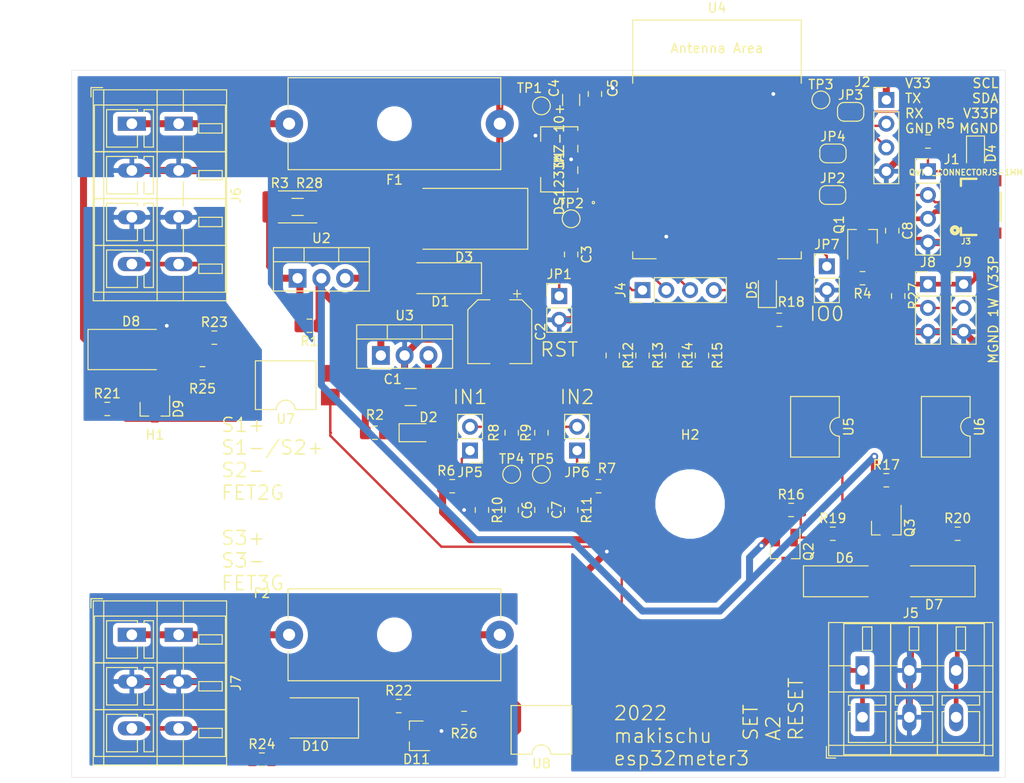
<source format=kicad_pcb>
(kicad_pcb (version 20171130) (host pcbnew 5.1.5+dfsg1-2build2)
  (layers (0 Front signal) (1 In1.Cu signal) (2 In2.Cu signal) (31 Back signal) (34 B.Paste user) (35 F.Paste user) (36 B.SilkS user) (37 F.SilkS user) (38 B.Mask user) (39 F.Mask user) (44 Edge.Cuts user))
  (net 0 "")
  (net 1 MGND)
  (net 2 V33)
  (net 3 V1+)
  (net 4 EN)
  (net 5 "Net-(C6-Pad1)")
  (net 6 "Net-(C7-Pad1)")
  (net 7 V33_PER)
  (net 8 V24)
  (net 9 "Net-(D2-Pad1)")
  (net 10 "Net-(D4-Pad1)")
  (net 11 "Net-(D5-Pad1)")
  (net 12 "Net-(D5-Pad2)")
  (net 13 SET)
  (net 14 RESET)
  (net 15 S2-)
  (net 16 V1+24)
  (net 17 S3-)
  (net 18 V3+)
  (net 19 V3+24)
  (net 20 S1+)
  (net 21 S3+)
  (net 22 SCL)
  (net 23 SDA)
  (net 24 "Net-(J2-Pad3)")
  (net 25 "Net-(J2-Pad2)")
  (net 26 /TMS)
  (net 27 /TDI)
  (net 28 /TCK)
  (net 29 /TDO)
  (net 30 FET2G)
  (net 31 FET3G)
  (net 32 IO16_1WIRE)
  (net 33 "Net-(JP2-Pad2)")
  (net 34 IO5_PER_EN)
  (net 35 IO22_SCL)
  (net 36 IO21_SDA)
  (net 37 "Net-(JP5-Pad2)")
  (net 38 "Net-(JP5-Pad1)")
  (net 39 "Net-(JP6-Pad1)")
  (net 40 "Net-(JP6-Pad2)")
  (net 41 "Net-(JP7-Pad1)")
  (net 42 "Net-(Q2-Pad1)")
  (net 43 "Net-(Q3-Pad1)")
  (net 44 "Net-(R1-Pad2)")
  (net 45 "Net-(R12-Pad1)")
  (net 46 OC1A)
  (net 47 "Net-(R13-Pad1)")
  (net 48 OC2A)
  (net 49 OC3A)
  (net 50 "Net-(R14-Pad1)")
  (net 51 "Net-(R15-Pad1)")
  (net 52 OC4A)
  (net 53 "Net-(R19-Pad2)")
  (net 54 "Net-(R20-Pad2)")
  (net 55 "Net-(R23-Pad2)")
  (net 56 "Net-(R24-Pad2)")
  (net 57 IO23_SDA2)
  (net 58 "Net-(U4-Pad12)")
  (net 59 "Net-(U4-Pad5)")
  (net 60 "Net-(U4-Pad4)")
  (net 61 "Net-(U4-Pad17)")
  (net 62 "Net-(U4-Pad18)")
  (net 63 "Net-(U4-Pad19)")
  (net 64 "Net-(U4-Pad20)")
  (net 65 "Net-(U4-Pad21)")
  (net 66 "Net-(U4-Pad22)")
  (net 67 "Net-(U4-Pad26)")
  (net 68 "Net-(U4-Pad28)")
  (net 69 "Net-(U4-Pad30)")
  (net 70 "Net-(U4-Pad31)")
  (net 71 "Net-(U4-Pad32)")
  (module Capacitor_SMD:C_1206_3216Metric_Pad1.42x1.75mm_HandSolder (layer Front) (at 55.245 53.34 180)
    (fp_text reference C1 (at 1.905 1.905) (layer F.SilkS))
    (fp_text value TAJA106K016RNJ)
    (pad 2 smd roundrect (at 1.4875 0 180) (size 1.425 1.75) (layers Front F.Paste F.Mask) (roundrect_rratio 0.175439) (net 1 MGND))
    (pad 1 smd roundrect (at -1.4875 0 180) (size 1.425 1.75) (layers Front F.Paste F.Mask) (roundrect_rratio 0.175439) (net 2 V33))
  )
  (module Capacitor_SMD:CP_Elec_6.3x7.7 (layer Front) (at 64.77 46.355 270)
    (fp_text reference C2 (at 0 -4.35 90) (layer F.SilkS))
    (fp_text value VEJ100M2ATR-0607)
    (pad 1 smd roundrect (at -2.7 0 270) (size 3.5 1.6) (layers Front F.Paste F.Mask) (roundrect_rratio 0.15625) (net 3 V1+))
    (pad 2 smd roundrect (at 2.7 0 270) (size 3.5 1.6) (layers Front F.Paste F.Mask) (roundrect_rratio 0.15625) (net 1 MGND))
  )
  (module Capacitor_SMD:C_0805_2012Metric_Pad1.15x1.40mm_HandSolder (layer Front) (at 72.39 38.1 270)
    (fp_text reference C3 (at 0 -1.65 90) (layer F.SilkS))
    (fp_text value 0.01uF)
    (pad 1 smd roundrect (at -1.025 0 270) (size 1.15 1.4) (layers Front F.Paste F.Mask) (roundrect_rratio 0.217391) (net 4 EN))
    (pad 2 smd roundrect (at 1.025 0 270) (size 1.15 1.4) (layers Front F.Paste F.Mask) (roundrect_rratio 0.217391) (net 1 MGND))
  )
  (module Capacitor_SMD:C_1206_3216Metric_Pad1.42x1.75mm_HandSolder (layer Front) (at 72.39 21.59 90)
    (fp_text reference C4 (at 1.27 -1.82 90) (layer F.SilkS))
    (fp_text value TAJA106K016RNJ)
    (pad 1 smd roundrect (at -1.4875 0 90) (size 1.425 1.75) (layers Front F.Paste F.Mask) (roundrect_rratio 0.175439) (net 2 V33))
    (pad 2 smd roundrect (at 1.4875 0 90) (size 1.425 1.75) (layers Front F.Paste F.Mask) (roundrect_rratio 0.175439) (net 1 MGND))
  )
  (module Capacitor_SMD:C_0805_2012Metric_Pad1.15x1.40mm_HandSolder (layer Front) (at 74.93 20.955 90)
    (fp_text reference C5 (at 0.635 1.905 90) (layer F.SilkS))
    (fp_text value 0.1uF)
    (pad 2 smd roundrect (at 1.025 0 90) (size 1.15 1.4) (layers Front F.Paste F.Mask) (roundrect_rratio 0.217391) (net 1 MGND))
    (pad 1 smd roundrect (at -1.025 0 90) (size 1.15 1.4) (layers Front F.Paste F.Mask) (roundrect_rratio 0.217391) (net 2 V33))
  )
  (module Capacitor_SMD:C_0805_2012Metric_Pad1.15x1.40mm_HandSolder (layer Front) (at 66.04 65.405 270)
    (fp_text reference C6 (at 0 -1.65 90) (layer F.SilkS))
    (fp_text value 0.1u)
    (pad 1 smd roundrect (at -1.025 0 270) (size 1.15 1.4) (layers Front F.Paste F.Mask) (roundrect_rratio 0.217391) (net 5 "Net-(C6-Pad1)"))
    (pad 2 smd roundrect (at 1.025 0 270) (size 1.15 1.4) (layers Front F.Paste F.Mask) (roundrect_rratio 0.217391) (net 1 MGND))
  )
  (module Capacitor_SMD:C_0805_2012Metric_Pad1.15x1.40mm_HandSolder (layer Front) (at 69.215 65.405 270)
    (fp_text reference C7 (at 0 -1.65 90) (layer F.SilkS))
    (fp_text value 0.1u)
    (pad 2 smd roundrect (at 1.025 0 270) (size 1.15 1.4) (layers Front F.Paste F.Mask) (roundrect_rratio 0.217391) (net 1 MGND))
    (pad 1 smd roundrect (at -1.025 0 270) (size 1.15 1.4) (layers Front F.Paste F.Mask) (roundrect_rratio 0.217391) (net 6 "Net-(C7-Pad1)"))
  )
  (module Capacitor_SMD:C_0805_2012Metric_Pad1.15x1.40mm_HandSolder (layer Front) (at 106.68 35.56 270)
    (fp_text reference C8 (at 0 -1.65 90) (layer F.SilkS))
    (fp_text value 0.1uF_DNP)
    (pad 1 smd roundrect (at -1.025 0 270) (size 1.15 1.4) (layers Front F.Paste F.Mask) (roundrect_rratio 0.217391) (net 7 V33_PER))
    (pad 2 smd roundrect (at 1.025 0 270) (size 1.15 1.4) (layers Front F.Paste F.Mask) (roundrect_rratio 0.217391) (net 1 MGND))
  )
  (module Diode_SMD:D_SMA_Handsoldering (layer Front) (at 58.42 40.64 180)
    (fp_text reference D1 (at 0 -2.5) (layer F.SilkS))
    (fp_text value M7)
    (pad 1 smd rect (at -2.5 0 180) (size 3.5 1.8) (layers Front F.Paste F.Mask) (net 3 V1+))
    (pad 2 smd rect (at 2.5 0 180) (size 3.5 1.8) (layers Front F.Paste F.Mask) (net 8 V24))
  )
  (module LED_SMD:LED_0805_2012Metric_Pad1.15x1.40mm_HandSolder (layer Front) (at 55.88 57.15)
    (fp_text reference D2 (at 1.27 -1.65) (layer F.SilkS))
    (fp_text value LED)
    (pad 2 smd roundrect (at 1.025 0) (size 1.15 1.4) (layers Front F.Paste F.Mask) (roundrect_rratio 0.217391) (net 2 V33))
    (pad 1 smd roundrect (at -1.025 0) (size 1.15 1.4) (layers Front F.Paste F.Mask) (roundrect_rratio 0.217391) (net 9 "Net-(D2-Pad1)"))
  )
  (module Diode_SMD:D_SMC_Handsoldering (layer Front) (at 60.96 34.29 180)
    (fp_text reference D3 (at 0 -4.1) (layer F.SilkS))
    (fp_text value SMCJ51A)
    (pad 1 smd rect (at -4.4 0 270) (size 3.3 4.5) (layers Front F.Paste F.Mask) (net 3 V1+))
    (pad 2 smd rect (at 4.4 0 270) (size 3.3 4.5) (layers Front F.Paste F.Mask) (net 1 MGND))
  )
  (module LED_SMD:LED_0805_2012Metric_Pad1.15x1.40mm_HandSolder (layer Front) (at 115.57 27.305 270)
    (fp_text reference D4 (at 0 -1.65 90) (layer F.SilkS))
    (fp_text value LED)
    (pad 1 smd roundrect (at -1.025 0 270) (size 1.15 1.4) (layers Front F.Paste F.Mask) (roundrect_rratio 0.217391) (net 10 "Net-(D4-Pad1)"))
    (pad 2 smd roundrect (at 1.025 0 270) (size 1.15 1.4) (layers Front F.Paste F.Mask) (roundrect_rratio 0.217391) (net 7 V33_PER))
  )
  (module LED_SMD:LED_0805_2012Metric_Pad1.15x1.40mm_HandSolder (layer Front) (at 93.345 41.91 90)
    (fp_text reference D5 (at 0 -1.65 90) (layer F.SilkS))
    (fp_text value LED)
    (pad 1 smd roundrect (at -1.025 0 90) (size 1.15 1.4) (layers Front F.Paste F.Mask) (roundrect_rratio 0.217391) (net 11 "Net-(D5-Pad1)"))
    (pad 2 smd roundrect (at 1.025 0 90) (size 1.15 1.4) (layers Front F.Paste F.Mask) (roundrect_rratio 0.217391) (net 12 "Net-(D5-Pad2)"))
  )
  (module Diode_SMD:D_SMA_Handsoldering (layer Front) (at 101.6 73.025)
    (fp_text reference D6 (at 0 -2.5) (layer F.SilkS))
    (fp_text value M7)
    (pad 2 smd rect (at 2.5 0) (size 3.5 1.8) (layers Front F.Paste F.Mask) (net 1 MGND))
    (pad 1 smd rect (at -2.5 0) (size 3.5 1.8) (layers Front F.Paste F.Mask) (net 13 SET))
  )
  (module Diode_SMD:D_SMA_Handsoldering (layer Front) (at 111.125 73.025 180)
    (fp_text reference D7 (at 0 -2.5) (layer F.SilkS))
    (fp_text value M7)
    (pad 1 smd rect (at -2.5 0 180) (size 3.5 1.8) (layers Front F.Paste F.Mask) (net 14 RESET))
    (pad 2 smd rect (at 2.5 0 180) (size 3.5 1.8) (layers Front F.Paste F.Mask) (net 1 MGND))
  )
  (module Diode_SMD:D_SOT-23_ANK (layer Front) (at 27.94 54.61 270)
    (fp_text reference D9 (at 0 -2.5 90) (layer F.SilkS))
    (fp_text value BZX84-C24,215)
    (pad 1 smd rect (at 1 0 270) (size 0.9 0.8) (layers Front F.Paste F.Mask) (net 16 V1+24))
    (pad "" smd rect (at -1 0.95 270) (size 0.9 0.8) (layers Front F.Paste F.Mask))
    (pad 2 smd rect (at -1 -0.95 270) (size 0.9 0.8) (layers Front F.Paste F.Mask) (net 15 S2-))
  )
  (module Diode_SMD:D_SOT-23_ANK (layer Front) (at 55.88 89.535 180)
    (fp_text reference D11 (at 0 -2.5) (layer F.SilkS))
    (fp_text value BZX84-C24,215)
    (pad 2 smd rect (at -1 -0.95 180) (size 0.9 0.8) (layers Front F.Paste F.Mask) (net 17 S3-))
    (pad "" smd rect (at -1 0.95 180) (size 0.9 0.8) (layers Front F.Paste F.Mask))
    (pad 1 smd rect (at 1 0 180) (size 0.9 0.8) (layers Front F.Paste F.Mask) (net 19 V3+24))
  )
  (module Fuse:Fuseholder_Cylinder-5x20mm_Schurter_0031_8201_Horizontal_Open (layer Front) (at 64.77 24.13 180)
    (fp_text reference F1 (at 11.25 -6) (layer F.SilkS))
    (fp_text value Fuse)
    (pad 1 thru_hole circle (at 0 0 180) (size 3 3) (drill 1.3) (layers *.Cu *.Mask) (net 3 V1+))
    (pad 2 thru_hole circle (at 22.5 0 180) (size 3 3) (drill 1.3) (layers *.Cu *.Mask) (net 20 S1+))
    (pad "" np_thru_hole circle (at 11.25 0 180) (size 2.7 2.7) (drill 2.7) (layers *.Cu *.Mask))
  )
  (module Fuse:Fuseholder_Cylinder-5x20mm_Schurter_0031_8201_Horizontal_Open (layer Front) (at 64.77 78.74 180)
    (fp_text reference F2 (at 25.4 4.445) (layer F.SilkS))
    (fp_text value Fuse)
    (pad "" np_thru_hole circle (at 11.25 0 180) (size 2.7 2.7) (drill 2.7) (layers *.Cu *.Mask))
    (pad 2 thru_hole circle (at 22.5 0 180) (size 3 3) (drill 1.3) (layers *.Cu *.Mask) (net 21 S3+))
    (pad 1 thru_hole circle (at 0 0 180) (size 3 3) (drill 1.3) (layers *.Cu *.Mask) (net 18 V3+))
  )
  (module MountingHole:MountingHole_6.4mm_M6 (layer Front) (at 27.94 64.77)
    (fp_text reference H1 (at 0 -7.4) (layer F.SilkS))
    (fp_text value MountingHole)
    (pad 1 np_thru_hole circle (at 0 0) (size 6.4 6.4) (drill 6.4) (layers *.Cu *.Mask))
  )
  (module MountingHole:MountingHole_6.4mm_M6 (layer Front) (at 85.09 64.77)
    (fp_text reference H2 (at 0 -7.4) (layer F.SilkS))
    (fp_text value MountingHole)
    (pad 1 np_thru_hole circle (at 0 0) (size 6.4 6.4) (drill 6.4) (layers *.Cu *.Mask))
  )
  (module Connector_PinHeader_2.54mm:PinHeader_1x04_P2.54mm_Vertical (layer Front) (at 110.49 29.21)
    (fp_text reference J1 (at 2.54 -1.27) (layer F.SilkS))
    (fp_text value I2C_DNP)
    (pad 1 thru_hole rect (at 0 0) (size 1.7 1.7) (drill 1) (layers *.Cu *.Mask) (net 22 SCL))
    (pad 2 thru_hole oval (at 0 2.54) (size 1.7 1.7) (drill 1) (layers *.Cu *.Mask) (net 23 SDA))
    (pad 3 thru_hole oval (at 0 5.08) (size 1.7 1.7) (drill 1) (layers *.Cu *.Mask) (net 7 V33_PER))
    (pad 4 thru_hole oval (at 0 7.62) (size 1.7 1.7) (drill 1) (layers *.Cu *.Mask) (net 1 MGND))
  )
  (module Connector_PinHeader_2.54mm:PinHeader_1x04_P2.54mm_Vertical (layer Front) (at 106.045 21.59)
    (fp_text reference J2 (at -2.54 -1.905) (layer F.SilkS))
    (fp_text value UART)
    (pad 4 thru_hole oval (at 0 7.62) (size 1.7 1.7) (drill 1) (layers *.Cu *.Mask) (net 1 MGND))
    (pad 3 thru_hole oval (at 0 5.08) (size 1.7 1.7) (drill 1) (layers *.Cu *.Mask) (net 24 "Net-(J2-Pad3)"))
    (pad 2 thru_hole oval (at 0 2.54) (size 1.7 1.7) (drill 1) (layers *.Cu *.Mask) (net 25 "Net-(J2-Pad2)"))
    (pad 1 thru_hole rect (at 0 0) (size 1.7 1.7) (drill 1) (layers *.Cu *.Mask) (net 2 V33))
  )
  (module Connector_PinHeader_2.54mm:PinHeader_1x04_P2.54mm_Vertical (layer Front) (at 80.01 41.91 90)
    (fp_text reference J4 (at 0 -2.33 90) (layer F.SilkS))
    (fp_text value JTAG)
    (pad 1 thru_hole rect (at 0 0 90) (size 1.7 1.7) (drill 1) (layers *.Cu *.Mask) (net 26 /TMS))
    (pad 2 thru_hole oval (at 0 2.54 90) (size 1.7 1.7) (drill 1) (layers *.Cu *.Mask) (net 27 /TDI))
    (pad 3 thru_hole oval (at 0 5.08 90) (size 1.7 1.7) (drill 1) (layers *.Cu *.Mask) (net 28 /TCK))
    (pad 4 thru_hole oval (at 0 7.62 90) (size 1.7 1.7) (drill 1) (layers *.Cu *.Mask) (net 29 /TDO))
  )
  (module TerminalBlock_WAGO:TerminalBlock_WAGO_236-403_1x03_P5.00mm_45Degree (layer Front) (at 103.505 82.55)
    (fp_text reference J5 (at 5.15 -6.12) (layer F.SilkS))
    (fp_text value Screw_Terminal_01x03)
    (pad 3 thru_hole oval (at 10 5) (size 1.5 3) (drill 1.15) (layers *.Cu *.Mask) (net 14 RESET))
    (pad 3 thru_hole oval (at 10 0) (size 1.5 3) (drill 1.15) (layers *.Cu *.Mask) (net 14 RESET))
    (pad 2 thru_hole oval (at 5 5) (size 1.5 3) (drill 1.15) (layers *.Cu *.Mask) (net 1 MGND))
    (pad 2 thru_hole oval (at 5 0) (size 1.5 3) (drill 1.15) (layers *.Cu *.Mask) (net 1 MGND))
    (pad 1 thru_hole rect (at 0 5) (size 1.5 3) (drill 1.15) (layers *.Cu *.Mask) (net 13 SET))
    (pad 1 thru_hole rect (at 0 0) (size 1.5 3) (drill 1.15) (layers *.Cu *.Mask) (net 13 SET))
  )
  (module TerminalBlock_WAGO:TerminalBlock_WAGO_236-404_1x04_P5.00mm_45Degree (layer Front) (at 30.48 24.13 270)
    (fp_text reference J6 (at 7.65 -6.12 90) (layer F.SilkS))
    (fp_text value Screw_Terminal_01x04)
    (pad 1 thru_hole rect (at 0 0 270) (size 1.5 3) (drill 1.15) (layers *.Cu *.Mask) (net 20 S1+))
    (pad 1 thru_hole rect (at 0 5 270) (size 1.5 3) (drill 1.15) (layers *.Cu *.Mask) (net 20 S1+))
    (pad 2 thru_hole oval (at 5 0 270) (size 1.5 3) (drill 1.15) (layers *.Cu *.Mask) (net 1 MGND))
    (pad 2 thru_hole oval (at 5 5 270) (size 1.5 3) (drill 1.15) (layers *.Cu *.Mask) (net 1 MGND))
    (pad 3 thru_hole oval (at 10 0 270) (size 1.5 3) (drill 1.15) (layers *.Cu *.Mask) (net 15 S2-))
    (pad 3 thru_hole oval (at 10 5 270) (size 1.5 3) (drill 1.15) (layers *.Cu *.Mask) (net 15 S2-))
    (pad 4 thru_hole oval (at 15 0 270) (size 1.5 3) (drill 1.15) (layers *.Cu *.Mask) (net 30 FET2G))
    (pad 4 thru_hole oval (at 15 5 270) (size 1.5 3) (drill 1.15) (layers *.Cu *.Mask) (net 30 FET2G))
  )
  (module TerminalBlock_WAGO:TerminalBlock_WAGO_236-403_1x03_P5.00mm_45Degree (layer Front) (at 30.48 78.74 270)
    (fp_text reference J7 (at 5.15 -6.12 90) (layer F.SilkS))
    (fp_text value Screw_Terminal_01x03)
    (pad 1 thru_hole rect (at 0 0 270) (size 1.5 3) (drill 1.15) (layers *.Cu *.Mask) (net 21 S3+))
    (pad 1 thru_hole rect (at 0 5 270) (size 1.5 3) (drill 1.15) (layers *.Cu *.Mask) (net 21 S3+))
    (pad 2 thru_hole oval (at 5 0 270) (size 1.5 3) (drill 1.15) (layers *.Cu *.Mask) (net 17 S3-))
    (pad 2 thru_hole oval (at 5 5 270) (size 1.5 3) (drill 1.15) (layers *.Cu *.Mask) (net 17 S3-))
    (pad 3 thru_hole oval (at 10 0 270) (size 1.5 3) (drill 1.15) (layers *.Cu *.Mask) (net 31 FET3G))
    (pad 3 thru_hole oval (at 10 5 270) (size 1.5 3) (drill 1.15) (layers *.Cu *.Mask) (net 31 FET3G))
  )
  (module Connector_PinHeader_2.54mm:PinHeader_1x03_P2.54mm_Vertical (layer Front) (at 110.49 41.275)
    (fp_text reference J8 (at 0 -2.33) (layer F.SilkS))
    (fp_text value OneWire)
    (pad 1 thru_hole rect (at 0 0) (size 1.7 1.7) (drill 1) (layers *.Cu *.Mask) (net 7 V33_PER))
    (pad 2 thru_hole oval (at 0 2.54) (size 1.7 1.7) (drill 1) (layers *.Cu *.Mask) (net 32 IO16_1WIRE))
    (pad 3 thru_hole oval (at 0 5.08) (size 1.7 1.7) (drill 1) (layers *.Cu *.Mask) (net 1 MGND))
  )
  (module Connector_PinHeader_2.54mm:PinHeader_1x03_P2.54mm_Vertical (layer Front) (at 114.3 41.275)
    (fp_text reference J9 (at 0 -2.33) (layer F.SilkS))
    (fp_text value OneWire)
    (pad 3 thru_hole oval (at 0 5.08) (size 1.7 1.7) (drill 1) (layers *.Cu *.Mask) (net 1 MGND))
    (pad 2 thru_hole oval (at 0 2.54) (size 1.7 1.7) (drill 1) (layers *.Cu *.Mask) (net 32 IO16_1WIRE))
    (pad 1 thru_hole rect (at 0 0) (size 1.7 1.7) (drill 1) (layers *.Cu *.Mask) (net 7 V33_PER))
  )
  (module Connector_PinHeader_2.54mm:PinHeader_1x02_P2.54mm_Vertical (layer Front) (at 71.12 42.545)
    (fp_text reference JP1 (at 0 -2.33) (layer F.SilkS))
    (fp_text value Jumper)
    (pad 1 thru_hole rect (at 0 0) (size 1.7 1.7) (drill 1) (layers *.Cu *.Mask) (net 4 EN))
    (pad 2 thru_hole oval (at 0 2.54) (size 1.7 1.7) (drill 1) (layers *.Cu *.Mask) (net 1 MGND))
  )
  (module Jumper:SolderJumper-2_P1.3mm_Bridged_RoundedPad1.0x1.5mm (layer Front) (at 100.315 31.75)
    (fp_text reference JP2 (at 0 -1.8) (layer F.SilkS))
    (fp_text value SolderJumper_2_Bridged)
    (fp_poly (pts (xy 0.25 -0.3) (xy -0.25 -0.3) (xy -0.25 0.3) (xy 0.25 0.3)) (layer Front) (width 0))
    (pad 2 smd custom (at 0.65 0) (size 1 0.5) (layers Front F.Mask) (net 33 "Net-(JP2-Pad2)") (options (clearance outline) (anchor rect)) (primitives (gr_circle (center 0 0.25) (end 0.5 0.25) (width 0)) (gr_circle (center 0 -0.25) (end 0.5 -0.25) (width 0)) (gr_poly (pts (xy 0 -0.75) (xy -0.5 -0.75) (xy -0.5 0.75) (xy 0 0.75)) (width 0))))
    (pad 1 smd custom (at -0.65 0) (size 1 0.5) (layers Front F.Mask) (net 34 IO5_PER_EN) (options (clearance outline) (anchor rect)) (primitives (gr_circle (center 0 0.25) (end 0.5 0.25) (width 0)) (gr_circle (center 0 -0.25) (end 0.5 -0.25) (width 0)) (gr_poly (pts (xy 0 -0.75) (xy 0.5 -0.75) (xy 0.5 0.75) (xy 0 0.75)) (width 0))))
  )
  (module Jumper:SolderJumper-2_P1.3mm_Bridged_RoundedPad1.0x1.5mm (layer Front) (at 102.235 22.86)
    (fp_text reference JP3 (at 0 -1.8) (layer F.SilkS))
    (fp_text value SolderJumper_2_Bridged)
    (fp_poly (pts (xy 0.25 -0.3) (xy -0.25 -0.3) (xy -0.25 0.3) (xy 0.25 0.3)) (layer Front) (width 0))
    (pad 1 smd custom (at -0.65 0) (size 1 0.5) (layers Front F.Mask) (net 35 IO22_SCL) (options (clearance outline) (anchor rect)) (primitives (gr_circle (center 0 0.25) (end 0.5 0.25) (width 0)) (gr_circle (center 0 -0.25) (end 0.5 -0.25) (width 0)) (gr_poly (pts (xy 0 -0.75) (xy 0.5 -0.75) (xy 0.5 0.75) (xy 0 0.75)) (width 0))))
    (pad 2 smd custom (at 0.65 0) (size 1 0.5) (layers Front F.Mask) (net 22 SCL) (options (clearance outline) (anchor rect)) (primitives (gr_circle (center 0 0.25) (end 0.5 0.25) (width 0)) (gr_circle (center 0 -0.25) (end 0.5 -0.25) (width 0)) (gr_poly (pts (xy 0 -0.75) (xy -0.5 -0.75) (xy -0.5 0.75) (xy 0 0.75)) (width 0))))
  )
  (module Jumper:SolderJumper-2_P1.3mm_Bridged_RoundedPad1.0x1.5mm (layer Front) (at 100.345 27.305)
    (fp_text reference JP4 (at 0 -1.8) (layer F.SilkS))
    (fp_text value SolderJumper_2_Bridged)
    (fp_poly (pts (xy 0.25 -0.3) (xy -0.25 -0.3) (xy -0.25 0.3) (xy 0.25 0.3)) (layer Front) (width 0))
    (pad 2 smd custom (at 0.65 0) (size 1 0.5) (layers Front F.Mask) (net 23 SDA) (options (clearance outline) (anchor rect)) (primitives (gr_circle (center 0 0.25) (end 0.5 0.25) (width 0)) (gr_circle (center 0 -0.25) (end 0.5 -0.25) (width 0)) (gr_poly (pts (xy 0 -0.75) (xy -0.5 -0.75) (xy -0.5 0.75) (xy 0 0.75)) (width 0))))
    (pad 1 smd custom (at -0.65 0) (size 1 0.5) (layers Front F.Mask) (net 36 IO21_SDA) (options (clearance outline) (anchor rect)) (primitives (gr_circle (center 0 0.25) (end 0.5 0.25) (width 0)) (gr_circle (center 0 -0.25) (end 0.5 -0.25) (width 0)) (gr_poly (pts (xy 0 -0.75) (xy 0.5 -0.75) (xy 0.5 0.75) (xy 0 0.75)) (width 0))))
  )
  (module Connector_PinHeader_2.54mm:PinHeader_1x02_P2.54mm_Vertical (layer Front) (at 61.595 59.055 180)
    (fp_text reference JP5 (at 0 -2.33) (layer F.SilkS))
    (fp_text value Jumper)
    (pad 2 thru_hole oval (at 0 2.54 180) (size 1.7 1.7) (drill 1) (layers *.Cu *.Mask) (net 37 "Net-(JP5-Pad2)"))
    (pad 1 thru_hole rect (at 0 0 180) (size 1.7 1.7) (drill 1) (layers *.Cu *.Mask) (net 38 "Net-(JP5-Pad1)"))
  )
  (module Connector_PinHeader_2.54mm:PinHeader_1x02_P2.54mm_Vertical (layer Front) (at 73.025 59.055 180)
    (fp_text reference JP6 (at 0 -2.33) (layer F.SilkS))
    (fp_text value Jumper)
    (pad 1 thru_hole rect (at 0 0 180) (size 1.7 1.7) (drill 1) (layers *.Cu *.Mask) (net 39 "Net-(JP6-Pad1)"))
    (pad 2 thru_hole oval (at 0 2.54 180) (size 1.7 1.7) (drill 1) (layers *.Cu *.Mask) (net 40 "Net-(JP6-Pad2)"))
  )
  (module Connector_PinHeader_2.54mm:PinHeader_1x02_P2.54mm_Vertical (layer Front) (at 99.695 39.37)
    (fp_text reference JP7 (at 0 -2.33) (layer F.SilkS))
    (fp_text value Jumper)
    (pad 2 thru_hole oval (at 0 2.54) (size 1.7 1.7) (drill 1) (layers *.Cu *.Mask) (net 1 MGND))
    (pad 1 thru_hole rect (at 0 0) (size 1.7 1.7) (drill 1) (layers *.Cu *.Mask) (net 41 "Net-(JP7-Pad1)"))
  )
  (module Package_TO_SOT_SMD:SOT-23_Handsoldering (layer Front) (at 103.505 36.195 90)
    (fp_text reference Q1 (at 1.27 -2.5 90) (layer F.SilkS))
    (fp_text value AO3401A)
    (pad 1 smd rect (at -1.5 -0.95 90) (size 1.9 0.8) (layers Front F.Paste F.Mask) (net 33 "Net-(JP2-Pad2)"))
    (pad 2 smd rect (at -1.5 0.95 90) (size 1.9 0.8) (layers Front F.Paste F.Mask) (net 2 V33))
    (pad 3 smd rect (at 1.5 0 90) (size 1.9 0.8) (layers Front F.Paste F.Mask) (net 7 V33_PER))
  )
  (module Package_TO_SOT_SMD:SOT-23_Handsoldering (layer Front) (at 95.25 69.85 270)
    (fp_text reference Q2 (at 0 -2.5 90) (layer F.SilkS))
    (fp_text value AO3401A)
    (pad 3 smd rect (at 1.5 0 270) (size 1.9 0.8) (layers Front F.Paste F.Mask) (net 13 SET))
    (pad 2 smd rect (at -1.5 0.95 270) (size 1.9 0.8) (layers Front F.Paste F.Mask) (net 8 V24))
    (pad 1 smd rect (at -1.5 -0.95 270) (size 1.9 0.8) (layers Front F.Paste F.Mask) (net 42 "Net-(Q2-Pad1)"))
  )
  (module Package_TO_SOT_SMD:SOT-23_Handsoldering (layer Front) (at 106.045 67.31 270)
    (fp_text reference Q3 (at 0 -2.5 90) (layer F.SilkS))
    (fp_text value AO3401A)
    (pad 1 smd rect (at -1.5 -0.95 270) (size 1.9 0.8) (layers Front F.Paste F.Mask) (net 43 "Net-(Q3-Pad1)"))
    (pad 2 smd rect (at -1.5 0.95 270) (size 1.9 0.8) (layers Front F.Paste F.Mask) (net 8 V24))
    (pad 3 smd rect (at 1.5 0 270) (size 1.9 0.8) (layers Front F.Paste F.Mask) (net 14 RESET))
  )
  (module Resistor_SMD:R_0805_2012Metric_Pad1.15x1.40mm_HandSolder (layer Front) (at 44.45 45.72 180)
    (fp_text reference R1 (at 0 -1.65) (layer F.SilkS))
    (fp_text value 274)
    (pad 2 smd roundrect (at 1.025 0 180) (size 1.15 1.4) (layers Front F.Paste F.Mask) (roundrect_rratio 0.217391) (net 44 "Net-(R1-Pad2)"))
    (pad 1 smd roundrect (at -1.025 0 180) (size 1.15 1.4) (layers Front F.Paste F.Mask) (roundrect_rratio 0.217391) (net 8 V24))
  )
  (module Resistor_SMD:R_0805_2012Metric_Pad1.15x1.40mm_HandSolder (layer Front) (at 51.435 57.15 180)
    (fp_text reference R2 (at 0 1.905) (layer F.SilkS))
    (fp_text value 220)
    (pad 1 smd roundrect (at -1.025 0 180) (size 1.15 1.4) (layers Front F.Paste F.Mask) (roundrect_rratio 0.217391) (net 9 "Net-(D2-Pad1)"))
    (pad 2 smd roundrect (at 1.025 0 180) (size 1.15 1.4) (layers Front F.Paste F.Mask) (roundrect_rratio 0.217391) (net 1 MGND))
  )
  (module Resistor_SMD:R_2512_6332Metric_Pad1.52x3.35mm_HandSolder (layer Front) (at 43.18 33.02)
    (fp_text reference R3 (at -1.905 -2.54) (layer F.SilkS))
    (fp_text value 4.87K)
    (pad 1 smd roundrect (at -2.9875 0) (size 1.525 3.35) (layers Front F.Paste F.Mask) (roundrect_rratio 0.163934) (net 44 "Net-(R1-Pad2)"))
    (pad 2 smd roundrect (at 2.9875 0) (size 1.525 3.35) (layers Front F.Paste F.Mask) (roundrect_rratio 0.163934) (net 1 MGND))
  )
  (module Resistor_SMD:R_0805_2012Metric_Pad1.15x1.40mm_HandSolder (layer Front) (at 103.505 40.64 180)
    (fp_text reference R4 (at 0 -1.65) (layer F.SilkS))
    (fp_text value 100K)
    (pad 1 smd roundrect (at -1.025 0 180) (size 1.15 1.4) (layers Front F.Paste F.Mask) (roundrect_rratio 0.217391) (net 2 V33))
    (pad 2 smd roundrect (at 1.025 0 180) (size 1.15 1.4) (layers Front F.Paste F.Mask) (roundrect_rratio 0.217391) (net 33 "Net-(JP2-Pad2)"))
  )
  (module Resistor_SMD:R_0805_2012Metric_Pad1.15x1.40mm_HandSolder (layer Front) (at 110.49 26.035 180)
    (fp_text reference R5 (at -1.905 1.905) (layer F.SilkS))
    (fp_text value 220)
    (pad 2 smd roundrect (at 1.025 0 180) (size 1.15 1.4) (layers Front F.Paste F.Mask) (roundrect_rratio 0.217391) (net 1 MGND))
    (pad 1 smd roundrect (at -1.025 0 180) (size 1.15 1.4) (layers Front F.Paste F.Mask) (roundrect_rratio 0.217391) (net 10 "Net-(D4-Pad1)"))
  )
  (module Resistor_SMD:R_0805_2012Metric_Pad1.15x1.40mm_HandSolder (layer Front) (at 59.69 62.865)
    (fp_text reference R6 (at -0.635 -1.65) (layer F.SilkS))
    (fp_text value 1K)
    (pad 2 smd roundrect (at 1.025 0) (size 1.15 1.4) (layers Front F.Paste F.Mask) (roundrect_rratio 0.217391) (net 38 "Net-(JP5-Pad1)"))
    (pad 1 smd roundrect (at -1.025 0) (size 1.15 1.4) (layers Front F.Paste F.Mask) (roundrect_rratio 0.217391) (net 2 V33))
  )
  (module Resistor_SMD:R_0805_2012Metric_Pad1.15x1.40mm_HandSolder (layer Front) (at 75.32 62.865 180)
    (fp_text reference R7 (at -0.88 1.905) (layer F.SilkS))
    (fp_text value 1K)
    (pad 2 smd roundrect (at 1.025 0 180) (size 1.15 1.4) (layers Front F.Paste F.Mask) (roundrect_rratio 0.217391) (net 39 "Net-(JP6-Pad1)"))
    (pad 1 smd roundrect (at -1.025 0 180) (size 1.15 1.4) (layers Front F.Paste F.Mask) (roundrect_rratio 0.217391) (net 2 V33))
  )
  (module Resistor_SMD:R_0805_2012Metric_Pad1.15x1.40mm_HandSolder (layer Front) (at 66.04 57.15 270)
    (fp_text reference R8 (at 0 1.905 90) (layer F.SilkS))
    (fp_text value 100K)
    (pad 1 smd roundrect (at -1.025 0 270) (size 1.15 1.4) (layers Front F.Paste F.Mask) (roundrect_rratio 0.217391) (net 37 "Net-(JP5-Pad2)"))
    (pad 2 smd roundrect (at 1.025 0 270) (size 1.15 1.4) (layers Front F.Paste F.Mask) (roundrect_rratio 0.217391) (net 5 "Net-(C6-Pad1)"))
  )
  (module Resistor_SMD:R_0805_2012Metric_Pad1.15x1.40mm_HandSolder (layer Front) (at 69.215 57.15 90)
    (fp_text reference R9 (at 0 -1.65 90) (layer F.SilkS))
    (fp_text value 100K)
    (pad 2 smd roundrect (at 1.025 0 90) (size 1.15 1.4) (layers Front F.Paste F.Mask) (roundrect_rratio 0.217391) (net 40 "Net-(JP6-Pad2)"))
    (pad 1 smd roundrect (at -1.025 0 90) (size 1.15 1.4) (layers Front F.Paste F.Mask) (roundrect_rratio 0.217391) (net 6 "Net-(C7-Pad1)"))
  )
  (module Resistor_SMD:R_0805_2012Metric_Pad1.15x1.40mm_HandSolder (layer Front) (at 62.865 65.405 270)
    (fp_text reference R10 (at 0 -1.65 90) (layer F.SilkS))
    (fp_text value 100K)
    (pad 1 smd roundrect (at -1.025 0 270) (size 1.15 1.4) (layers Front F.Paste F.Mask) (roundrect_rratio 0.217391) (net 37 "Net-(JP5-Pad2)"))
    (pad 2 smd roundrect (at 1.025 0 270) (size 1.15 1.4) (layers Front F.Paste F.Mask) (roundrect_rratio 0.217391) (net 1 MGND))
  )
  (module Resistor_SMD:R_0805_2012Metric_Pad1.15x1.40mm_HandSolder (layer Front) (at 72.39 65.405 270)
    (fp_text reference R11 (at 0 -1.65 90) (layer F.SilkS))
    (fp_text value 100K)
    (pad 2 smd roundrect (at 1.025 0 270) (size 1.15 1.4) (layers Front F.Paste F.Mask) (roundrect_rratio 0.217391) (net 1 MGND))
    (pad 1 smd roundrect (at -1.025 0 270) (size 1.15 1.4) (layers Front F.Paste F.Mask) (roundrect_rratio 0.217391) (net 40 "Net-(JP6-Pad2)"))
  )
  (module Resistor_SMD:R_0805_2012Metric_Pad1.15x1.40mm_HandSolder (layer Front) (at 76.835 48.895 270)
    (fp_text reference R12 (at 0 -1.65 90) (layer F.SilkS))
    (fp_text value 220)
    (pad 1 smd roundrect (at -1.025 0 270) (size 1.15 1.4) (layers Front F.Paste F.Mask) (roundrect_rratio 0.217391) (net 45 "Net-(R12-Pad1)"))
    (pad 2 smd roundrect (at 1.025 0 270) (size 1.15 1.4) (layers Front F.Paste F.Mask) (roundrect_rratio 0.217391) (net 46 OC1A))
  )
  (module Resistor_SMD:R_0805_2012Metric_Pad1.15x1.40mm_HandSolder (layer Front) (at 80.01 48.895 270)
    (fp_text reference R13 (at 0 -1.65 90) (layer F.SilkS))
    (fp_text value 220)
    (pad 1 smd roundrect (at -1.025 0 270) (size 1.15 1.4) (layers Front F.Paste F.Mask) (roundrect_rratio 0.217391) (net 47 "Net-(R13-Pad1)"))
    (pad 2 smd roundrect (at 1.025 0 270) (size 1.15 1.4) (layers Front F.Paste F.Mask) (roundrect_rratio 0.217391) (net 48 OC2A))
  )
  (module Resistor_SMD:R_0805_2012Metric_Pad1.15x1.40mm_HandSolder (layer Front) (at 83.185 48.895 270)
    (fp_text reference R14 (at 0 -1.65 90) (layer F.SilkS))
    (fp_text value 220)
    (pad 2 smd roundrect (at 1.025 0 270) (size 1.15 1.4) (layers Front F.Paste F.Mask) (roundrect_rratio 0.217391) (net 49 OC3A))
    (pad 1 smd roundrect (at -1.025 0 270) (size 1.15 1.4) (layers Front F.Paste F.Mask) (roundrect_rratio 0.217391) (net 50 "Net-(R14-Pad1)"))
  )
  (module Resistor_SMD:R_0805_2012Metric_Pad1.15x1.40mm_HandSolder (layer Front) (at 86.36 48.895 270)
    (fp_text reference R15 (at 0 -1.65 90) (layer F.SilkS))
    (fp_text value 220)
    (pad 1 smd roundrect (at -1.025 0 270) (size 1.15 1.4) (layers Front F.Paste F.Mask) (roundrect_rratio 0.217391) (net 51 "Net-(R15-Pad1)"))
    (pad 2 smd roundrect (at 1.025 0 270) (size 1.15 1.4) (layers Front F.Paste F.Mask) (roundrect_rratio 0.217391) (net 52 OC4A))
  )
  (module Resistor_SMD:R_0805_2012Metric_Pad1.15x1.40mm_HandSolder (layer Front) (at 95.885 65.405)
    (fp_text reference R16 (at 0 -1.65) (layer F.SilkS))
    (fp_text value 10K)
    (pad 1 smd roundrect (at -1.025 0) (size 1.15 1.4) (layers Front F.Paste F.Mask) (roundrect_rratio 0.217391) (net 8 V24))
    (pad 2 smd roundrect (at 1.025 0) (size 1.15 1.4) (layers Front F.Paste F.Mask) (roundrect_rratio 0.217391) (net 42 "Net-(Q2-Pad1)"))
  )
  (module Resistor_SMD:R_0805_2012Metric_Pad1.15x1.40mm_HandSolder (layer Front) (at 106.045 62.23)
    (fp_text reference R17 (at 0 -1.65) (layer F.SilkS))
    (fp_text value 10K)
    (pad 1 smd roundrect (at -1.025 0) (size 1.15 1.4) (layers Front F.Paste F.Mask) (roundrect_rratio 0.217391) (net 8 V24))
    (pad 2 smd roundrect (at 1.025 0) (size 1.15 1.4) (layers Front F.Paste F.Mask) (roundrect_rratio 0.217391) (net 43 "Net-(Q3-Pad1)"))
  )
  (module Resistor_SMD:R_0805_2012Metric_Pad1.15x1.40mm_HandSolder (layer Front) (at 94.615 45.085)
    (fp_text reference R18 (at 1.27 -1.905) (layer F.SilkS))
    (fp_text value 220)
    (pad 1 smd roundrect (at -1.025 0) (size 1.15 1.4) (layers Front F.Paste F.Mask) (roundrect_rratio 0.217391) (net 11 "Net-(D5-Pad1)"))
    (pad 2 smd roundrect (at 1.025 0) (size 1.15 1.4) (layers Front F.Paste F.Mask) (roundrect_rratio 0.217391) (net 1 MGND))
  )
  (module Resistor_SMD:R_0805_2012Metric_Pad1.15x1.40mm_HandSolder (layer Front) (at 100.33 67.945)
    (fp_text reference R19 (at 0 -1.65) (layer F.SilkS))
    (fp_text value 22K)
    (pad 2 smd roundrect (at 1.025 0) (size 1.15 1.4) (layers Front F.Paste F.Mask) (roundrect_rratio 0.217391) (net 53 "Net-(R19-Pad2)"))
    (pad 1 smd roundrect (at -1.025 0) (size 1.15 1.4) (layers Front F.Paste F.Mask) (roundrect_rratio 0.217391) (net 42 "Net-(Q2-Pad1)"))
  )
  (module Resistor_SMD:R_0805_2012Metric_Pad1.15x1.40mm_HandSolder (layer Front) (at 113.665 67.945)
    (fp_text reference R20 (at 0 -1.65) (layer F.SilkS))
    (fp_text value 22K)
    (pad 2 smd roundrect (at 1.025 0) (size 1.15 1.4) (layers Front F.Paste F.Mask) (roundrect_rratio 0.217391) (net 54 "Net-(R20-Pad2)"))
    (pad 1 smd roundrect (at -1.025 0) (size 1.15 1.4) (layers Front F.Paste F.Mask) (roundrect_rratio 0.217391) (net 43 "Net-(Q3-Pad1)"))
  )
  (module Resistor_SMD:R_0805_2012Metric_Pad1.15x1.40mm_HandSolder (layer Front) (at 22.86 54.61)
    (fp_text reference R21 (at 0 -1.65) (layer F.SilkS))
    (fp_text value "100K 1/8W 0805W8F1003T5E")
    (pad 2 smd roundrect (at 1.025 0) (size 1.15 1.4) (layers Front F.Paste F.Mask) (roundrect_rratio 0.217391) (net 16 V1+24))
    (pad 1 smd roundrect (at -1.025 0) (size 1.15 1.4) (layers Front F.Paste F.Mask) (roundrect_rratio 0.217391) (net 3 V1+))
  )
  (module Resistor_SMD:R_0805_2012Metric_Pad1.15x1.40mm_HandSolder (layer Front) (at 53.975 86.36)
    (fp_text reference R22 (at 0 -1.65) (layer F.SilkS))
    (fp_text value "100K 1/8W 0805W8F1003T5E")
    (pad 1 smd roundrect (at -1.025 0) (size 1.15 1.4) (layers Front F.Paste F.Mask) (roundrect_rratio 0.217391) (net 18 V3+))
    (pad 2 smd roundrect (at 1.025 0) (size 1.15 1.4) (layers Front F.Paste F.Mask) (roundrect_rratio 0.217391) (net 19 V3+24))
  )
  (module Resistor_SMD:R_0805_2012Metric_Pad1.15x1.40mm_HandSolder (layer Front) (at 34.29 46.99)
    (fp_text reference R23 (at 0 -1.65) (layer F.SilkS))
    (fp_text value 1K)
    (pad 1 smd roundrect (at -1.025 0) (size 1.15 1.4) (layers Front F.Paste F.Mask) (roundrect_rratio 0.217391) (net 30 FET2G))
    (pad 2 smd roundrect (at 1.025 0) (size 1.15 1.4) (layers Front F.Paste F.Mask) (roundrect_rratio 0.217391) (net 55 "Net-(R23-Pad2)"))
  )
  (module Resistor_SMD:R_0805_2012Metric_Pad1.15x1.40mm_HandSolder (layer Front) (at 39.37 92.075)
    (fp_text reference R24 (at 0 -1.65) (layer F.SilkS))
    (fp_text value 1K)
    (pad 2 smd roundrect (at 1.025 0) (size 1.15 1.4) (layers Front F.Paste F.Mask) (roundrect_rratio 0.217391) (net 56 "Net-(R24-Pad2)"))
    (pad 1 smd roundrect (at -1.025 0) (size 1.15 1.4) (layers Front F.Paste F.Mask) (roundrect_rratio 0.217391) (net 31 FET3G))
  )
  (module Resistor_SMD:R_0805_2012Metric_Pad1.15x1.40mm_HandSolder (layer Front) (at 33.02 50.8 180)
    (fp_text reference R25 (at 0 -1.65) (layer F.SilkS))
    (fp_text value 100K)
    (pad 1 smd roundrect (at -1.025 0 180) (size 1.15 1.4) (layers Front F.Paste F.Mask) (roundrect_rratio 0.217391) (net 55 "Net-(R23-Pad2)"))
    (pad 2 smd roundrect (at 1.025 0 180) (size 1.15 1.4) (layers Front F.Paste F.Mask) (roundrect_rratio 0.217391) (net 15 S2-))
  )
  (module Resistor_SMD:R_0805_2012Metric_Pad1.15x1.40mm_HandSolder (layer Front) (at 60.96 87.63 180)
    (fp_text reference R26 (at 0 -1.65) (layer F.SilkS))
    (fp_text value 100K)
    (pad 2 smd roundrect (at 1.025 0 180) (size 1.15 1.4) (layers Front F.Paste F.Mask) (roundrect_rratio 0.217391) (net 17 S3-))
    (pad 1 smd roundrect (at -1.025 0 180) (size 1.15 1.4) (layers Front F.Paste F.Mask) (roundrect_rratio 0.217391) (net 56 "Net-(R24-Pad2)"))
  )
  (module Resistor_SMD:R_0805_2012Metric_Pad1.15x1.40mm_HandSolder (layer Front) (at 107.315 42.545 270)
    (fp_text reference R27 (at 0 -1.65 90) (layer F.SilkS))
    (fp_text value 4.7K)
    (pad 2 smd roundrect (at 1.025 0 270) (size 1.15 1.4) (layers Front F.Paste F.Mask) (roundrect_rratio 0.217391) (net 32 IO16_1WIRE))
    (pad 1 smd roundrect (at -1.025 0 270) (size 1.15 1.4) (layers Front F.Paste F.Mask) (roundrect_rratio 0.217391) (net 7 V33_PER))
  )
  (module TestPoint:TestPoint_Pad_D1.5mm (layer Front) (at 69.215 22.225)
    (fp_text reference TP1 (at -1.27 -1.905) (layer F.SilkS))
    (fp_text value TestPoint)
    (pad 1 smd circle (at 0 0) (size 1.5 1.5) (layers Front F.Mask) (net 2 V33))
  )
  (module TestPoint:TestPoint_Pad_D1.5mm (layer Front) (at 72.39 34.29)
    (fp_text reference TP2 (at 0 -1.648) (layer F.SilkS))
    (fp_text value EN)
    (pad 1 smd circle (at 0 0) (size 1.5 1.5) (layers Front F.Mask) (net 4 EN))
  )
  (module TestPoint:TestPoint_Pad_D1.5mm (layer Front) (at 99.06 21.59)
    (fp_text reference TP3 (at 0 -1.648) (layer F.SilkS))
    (fp_text value TestPoint)
    (pad 1 smd circle (at 0 0) (size 1.5 1.5) (layers Front F.Mask) (net 57 IO23_SDA2))
  )
  (module TestPoint:TestPoint_Pad_D1.5mm (layer Front) (at 66.04 61.595)
    (fp_text reference TP4 (at 0 -1.648) (layer F.SilkS))
    (fp_text value TestPoint)
    (pad 1 smd circle (at 0 0) (size 1.5 1.5) (layers Front F.Mask) (net 5 "Net-(C6-Pad1)"))
  )
  (module TestPoint:TestPoint_Pad_D1.5mm (layer Front) (at 69.215 61.595)
    (fp_text reference TP5 (at 0 -1.648) (layer F.SilkS))
    (fp_text value TestPoint)
    (pad 1 smd circle (at 0 0) (size 1.5 1.5) (layers Front F.Mask) (net 6 "Net-(C7-Pad1)"))
  )
  (module Package_TO_SOT_THT:TO-220-3_Vertical (layer Front) (at 43.18 40.64)
    (fp_text reference U2 (at 2.54 -4.27) (layer F.SilkS))
    (fp_text value LM338)
    (pad 1 thru_hole rect (at 0 0) (size 1.905 2) (drill 1.1) (layers *.Cu *.Mask) (net 44 "Net-(R1-Pad2)"))
    (pad 2 thru_hole oval (at 2.54 0) (size 1.905 2) (drill 1.1) (layers *.Cu *.Mask) (net 8 V24))
    (pad 3 thru_hole oval (at 5.08 0) (size 1.905 2) (drill 1.1) (layers *.Cu *.Mask) (net 3 V1+))
  )
  (module Package_TO_SOT_THT:TO-220-3_Vertical (layer Front) (at 52.07 48.895)
    (fp_text reference U3 (at 2.54 -4.27) (layer F.SilkS))
    (fp_text value LCB78_03-0.5)
    (pad 3 thru_hole oval (at 5.08 0) (size 1.905 2) (drill 1.1) (layers *.Cu *.Mask) (net 2 V33))
    (pad 2 thru_hole oval (at 2.54 0) (size 1.905 2) (drill 1.1) (layers *.Cu *.Mask) (net 1 MGND))
    (pad 1 thru_hole rect (at 0 0) (size 1.905 2) (drill 1.1) (layers *.Cu *.Mask) (net 3 V1+))
  )
  (module Package_DIP:SMDIP-4_W9.53mm (layer Front) (at 98.425 56.515 270)
    (fp_text reference U5 (at 0 -3.6 90) (layer F.SilkS))
    (fp_text value BPC-817S)
    (pad 4 smd rect (at 4.765 -1.27 270) (size 2 1.78) (layers Front F.Paste F.Mask) (net 53 "Net-(R19-Pad2)"))
    (pad 2 smd rect (at -4.765 1.27 270) (size 2 1.78) (layers Front F.Paste F.Mask) (net 1 MGND))
    (pad 3 smd rect (at 4.765 1.27 270) (size 2 1.78) (layers Front F.Paste F.Mask) (net 1 MGND))
    (pad 1 smd rect (at -4.765 -1.27 270) (size 2 1.78) (layers Front F.Paste F.Mask) (net 49 OC3A))
  )
  (module Package_DIP:SMDIP-4_W9.53mm (layer Front) (at 112.395 56.515 270)
    (fp_text reference U6 (at 0 -3.6 90) (layer F.SilkS))
    (fp_text value BPC-817S)
    (pad 4 smd rect (at 4.765 -1.27 270) (size 2 1.78) (layers Front F.Paste F.Mask) (net 54 "Net-(R20-Pad2)"))
    (pad 2 smd rect (at -4.765 1.27 270) (size 2 1.78) (layers Front F.Paste F.Mask) (net 1 MGND))
    (pad 3 smd rect (at 4.765 1.27 270) (size 2 1.78) (layers Front F.Paste F.Mask) (net 1 MGND))
    (pad 1 smd rect (at -4.765 -1.27 270) (size 2 1.78) (layers Front F.Paste F.Mask) (net 52 OC4A))
  )
  (module Package_DIP:SMDIP-4_W9.53mm (layer Front) (at 41.91 52.07 180)
    (fp_text reference U7 (at 0 -3.6) (layer F.SilkS))
    (fp_text value BPC-817S)
    (pad 1 smd rect (at -4.765 -1.27 180) (size 2 1.78) (layers Front F.Paste F.Mask) (net 46 OC1A))
    (pad 3 smd rect (at 4.765 1.27 180) (size 2 1.78) (layers Front F.Paste F.Mask) (net 55 "Net-(R23-Pad2)"))
    (pad 2 smd rect (at -4.765 1.27 180) (size 2 1.78) (layers Front F.Paste F.Mask) (net 1 MGND))
    (pad 4 smd rect (at 4.765 -1.27 180) (size 2 1.78) (layers Front F.Paste F.Mask) (net 16 V1+24))
  )
  (module Package_DIP:SMDIP-4_W9.53mm (layer Front) (at 69.215 88.9 180)
    (fp_text reference U8 (at 0 -3.6) (layer F.SilkS))
    (fp_text value BPC-817S)
    (pad 1 smd rect (at -4.765 -1.27 180) (size 2 1.78) (layers Front F.Paste F.Mask) (net 48 OC2A))
    (pad 3 smd rect (at 4.765 1.27 180) (size 2 1.78) (layers Front F.Paste F.Mask) (net 56 "Net-(R24-Pad2)"))
    (pad 2 smd rect (at -4.765 1.27 180) (size 2 1.78) (layers Front F.Paste F.Mask) (net 1 MGND))
    (pad 4 smd rect (at 4.765 -1.27 180) (size 2 1.78) (layers Front F.Paste F.Mask) (net 19 V3+24))
  )
  (module Connectors:1X04_1MM_RA (layer Front) (at 113.665 33.02 90)
    (fp_text reference J3 (at -3.683 0.889) (layer F.SilkS) (effects (font (size 0.6096 0.6096) (thickness 0.127))))
    (fp_text value QWIIC_CONNECTORJS-1MM (at 3.683 0.889) (layer F.SilkS) (effects (font (size 0.6096 0.6096) (thickness 0.127))))
    (pad 1 smd rect (at -1.4986 0 90) (size 0.59944 1.34874) (layers Front F.Paste F.Mask) (net 1 MGND))
    (pad 2 smd rect (at -0.49784 0 90) (size 0.59944 1.34874) (layers Front F.Paste F.Mask) (net 7 V33_PER))
    (pad 3 smd rect (at 0.49784 0 90) (size 0.59944 1.34874) (layers Front F.Paste F.Mask) (net 23 SDA))
    (pad 4 smd rect (at 1.4986 0 90) (size 0.59944 1.34874) (layers Front F.Paste F.Mask) (net 22 SCL))
    (pad NC1 smd rect (at 2.79908 3.67284 90) (size 1.19888 1.99898) (layers Front F.Paste F.Mask))
    (pad NC2 smd rect (at -2.79908 3.67284 90) (size 1.19888 1.99898) (layers Front F.Paste F.Mask))
  )
  (module Espressif:ESP32-WROOM-32E (layer Front) (at 87.965001 27.560001)
    (fp_text reference U4 (at 0 -15.8) (layer F.SilkS))
    (fp_text value ESP32-WROOM)
    (fp_text user "Antenna Area" (at 0 -11.5) (layer F.SilkS))
    (pad 14 smd rect (at -8.75 9.5) (size 1.5 0.9) (layers Front F.Paste F.Mask) (net 27 /TDI))
    (pad 13 smd rect (at -8.75 8.23) (size 1.5 0.9) (layers Front F.Paste F.Mask) (net 26 /TMS))
    (pad 12 smd rect (at -8.75 6.96) (size 1.5 0.9) (layers Front F.Paste F.Mask) (net 58 "Net-(U4-Pad12)"))
    (pad 11 smd rect (at -8.75 5.69) (size 1.5 0.9) (layers Front F.Paste F.Mask) (net 51 "Net-(R15-Pad1)"))
    (pad 10 smd rect (at -8.75 4.42) (size 1.5 0.9) (layers Front F.Paste F.Mask) (net 50 "Net-(R14-Pad1)"))
    (pad 9 smd rect (at -8.75 3.15) (size 1.5 0.9) (layers Front F.Paste F.Mask) (net 47 "Net-(R13-Pad1)"))
    (pad 8 smd rect (at -8.75 1.88) (size 1.5 0.9) (layers Front F.Paste F.Mask) (net 45 "Net-(R12-Pad1)"))
    (pad 7 smd rect (at -8.75 0.61) (size 1.5 0.9) (layers Front F.Paste F.Mask) (net 6 "Net-(C7-Pad1)"))
    (pad 6 smd rect (at -8.75 -0.66) (size 1.5 0.9) (layers Front F.Paste F.Mask) (net 5 "Net-(C6-Pad1)"))
    (pad 5 smd rect (at -8.75 -1.93) (size 1.5 0.9) (layers Front F.Paste F.Mask) (net 59 "Net-(U4-Pad5)"))
    (pad 4 smd rect (at -8.75 -3.2) (size 1.5 0.9) (layers Front F.Paste F.Mask) (net 60 "Net-(U4-Pad4)"))
    (pad 3 smd rect (at -8.75 -4.47) (size 1.5 0.9) (layers Front F.Paste F.Mask) (net 4 EN))
    (pad 2 smd rect (at -8.75 -5.74) (size 1.5 0.9) (layers Front F.Paste F.Mask) (net 2 V33))
    (pad 1 smd rect (at -8.75 -7.01) (size 1.5 0.9) (layers Front F.Paste F.Mask) (net 1 MGND))
    (pad 15 smd rect (at -5.72 10.75 90) (size 1.5 0.9) (layers Front F.Paste F.Mask) (net 1 MGND))
    (pad 16 smd rect (at -4.45 10.75 90) (size 1.5 0.9) (layers Front F.Paste F.Mask) (net 28 /TCK))
    (pad 17 smd rect (at -3.18 10.75 90) (size 1.5 0.9) (layers Front F.Paste F.Mask) (net 61 "Net-(U4-Pad17)"))
    (pad 18 smd rect (at -1.91 10.75 90) (size 1.5 0.9) (layers Front F.Paste F.Mask) (net 62 "Net-(U4-Pad18)"))
    (pad 19 smd rect (at -0.64 10.75 90) (size 1.5 0.9) (layers Front F.Paste F.Mask) (net 63 "Net-(U4-Pad19)"))
    (pad 20 smd rect (at 0.63 10.75 90) (size 1.5 0.9) (layers Front F.Paste F.Mask) (net 64 "Net-(U4-Pad20)"))
    (pad 21 smd rect (at 1.9 10.75 90) (size 1.5 0.9) (layers Front F.Paste F.Mask) (net 65 "Net-(U4-Pad21)"))
    (pad 22 smd rect (at 3.17 10.75 90) (size 1.5 0.9) (layers Front F.Paste F.Mask) (net 66 "Net-(U4-Pad22)"))
    (pad 23 smd rect (at 4.44 10.75 90) (size 1.5 0.9) (layers Front F.Paste F.Mask) (net 29 /TDO))
    (pad 24 smd rect (at 5.71 10.75 90) (size 1.5 0.9) (layers Front F.Paste F.Mask) (net 12 "Net-(D5-Pad2)"))
    (pad 25 smd rect (at 8.75 9.5 180) (size 1.5 0.9) (layers Front F.Paste F.Mask) (net 41 "Net-(JP7-Pad1)"))
    (pad 26 smd rect (at 8.75 8.23 180) (size 1.5 0.9) (layers Front F.Paste F.Mask) (net 67 "Net-(U4-Pad26)"))
    (pad 27 smd rect (at 8.75 6.96 180) (size 1.5 0.9) (layers Front F.Paste F.Mask) (net 32 IO16_1WIRE))
    (pad 28 smd rect (at 8.75 5.69 180) (size 1.5 0.9) (layers Front F.Paste F.Mask) (net 68 "Net-(U4-Pad28)"))
    (pad 29 smd rect (at 8.75 4.42 180) (size 1.5 0.9) (layers Front F.Paste F.Mask) (net 34 IO5_PER_EN))
    (pad 30 smd rect (at 8.75 3.15 180) (size 1.5 0.9) (layers Front F.Paste F.Mask) (net 69 "Net-(U4-Pad30)"))
    (pad 31 smd rect (at 8.75 1.88 180) (size 1.5 0.9) (layers Front F.Paste F.Mask) (net 70 "Net-(U4-Pad31)"))
    (pad 32 smd rect (at 8.75 0.61 180) (size 1.5 0.9) (layers Front F.Paste F.Mask) (net 71 "Net-(U4-Pad32)"))
    (pad 33 smd rect (at 8.75 -0.66 180) (size 1.5 0.9) (layers Front F.Paste F.Mask) (net 36 IO21_SDA))
    (pad 34 smd rect (at 8.75 -1.93 180) (size 1.5 0.9) (layers Front F.Paste F.Mask) (net 24 "Net-(J2-Pad3)"))
    (pad 35 smd rect (at 8.75 -3.2 180) (size 1.5 0.9) (layers Front F.Paste F.Mask) (net 25 "Net-(J2-Pad2)"))
    (pad 36 smd rect (at 8.75 -4.47 180) (size 1.5 0.9) (layers Front F.Paste F.Mask) (net 35 IO22_SCL))
    (pad 37 smd rect (at 8.75 -5.74 180) (size 1.5 0.9) (layers Front F.Paste F.Mask) (net 57 IO23_SDA2))
    (pad 38 smd rect (at 8.75 -7.01 180) (size 1.5 0.9) (layers Front F.Paste F.Mask) (net 1 MGND))
    (pad 39 smd rect (at -0.68 0.33 180) (size 1.05 1.05) (layers Front F.Paste F.Mask) (net 1 MGND))
    (pad 39 smd rect (at 0.845 0.33 180) (size 1.05 1.05) (layers Front F.Paste F.Mask) (net 1 MGND))
    (pad 39 smd rect (at -2.205 0.33 180) (size 1.05 1.05) (layers Front F.Paste F.Mask) (net 1 MGND))
    (pad 39 smd rect (at -2.205 1.855 180) (size 1.05 1.05) (layers Front F.Paste F.Mask) (net 1 MGND))
    (pad 39 smd rect (at -0.68 1.855 180) (size 1.05 1.05) (layers Front F.Paste F.Mask) (net 1 MGND))
    (pad 39 smd rect (at 0.845 1.855 180) (size 1.05 1.05) (layers Front F.Paste F.Mask) (net 1 MGND))
    (pad 39 smd rect (at 0.845 -1.195 180) (size 1.05 1.05) (layers Front F.Paste F.Mask) (net 1 MGND))
    (pad 39 smd rect (at -0.68 -1.195 180) (size 1.05 1.05) (layers Front F.Paste F.Mask) (net 1 MGND))
    (pad 39 smd rect (at -2.205 -1.195 180) (size 1.05 1.05) (layers Front F.Paste F.Mask) (net 1 MGND))
  )
  (module 21-0264_K3+1_MXM (layer Front) (at 71.12 27.94 90)
    (fp_text reference U1 (at 0 0 90) (layer F.SilkS))
    (fp_text value DS1233AZ-10+ (at 0 0 90) (layer F.SilkS))
    (fp_text user * (at 0 0 90) (layer F.SilkS))
    (pad 1 smd rect (at -2.3 3.04165 90) (size 0.9398 1.9177) (layers Front F.Paste F.Mask) (net 4 EN))
    (pad 2 smd rect (at 0 3.04165 90) (size 0.9398 1.9177) (layers Front F.Paste F.Mask) (net 1 MGND))
    (pad 3 smd rect (at 2.3 3.04165 90) (size 0.9398 1.9177) (layers Front F.Paste F.Mask) (net 2 V33))
    (pad 4 smd rect (at 0 -3.04165 90) (size 3.230801 1.9177) (layers Front F.Paste F.Mask) (net 1 MGND))
  )
  (module Diode_SMD:D_SMB_Handsoldering (layer Front) (at 45.085 87.63 180)
    (fp_text reference D10 (at 0 -3) (layer F.SilkS))
    (fp_text value 1SMB5953BT3G)
    (pad 1 smd rect (at -2.7 0 180) (size 3.5 2.3) (layers Front F.Paste F.Mask) (net 18 V3+))
    (pad 2 smd rect (at 2.7 0 180) (size 3.5 2.3) (layers Front F.Paste F.Mask) (net 17 S3-))
  )
  (module Diode_SMD:D_SMB_Handsoldering (layer Front) (at 25.4 48.26)
    (fp_text reference D8 (at 0 -3) (layer F.SilkS))
    (fp_text value 1SMB5953BT3G)
    (pad 2 smd rect (at 2.7 0) (size 3.5 2.3) (layers Front F.Paste F.Mask) (net 15 S2-))
    (pad 1 smd rect (at -2.7 0) (size 3.5 2.3) (layers Front F.Paste F.Mask) (net 3 V1+))
  )
  (module Resistor_SMD:R_1206_3216Metric_Pad1.42x1.75mm_HandSolder (layer Front) (at 43.18 33.02)
    (fp_text reference R28 (at 1.27 -2.54) (layer F.SilkS))
    (fp_text value DNP_4.87K)
    (pad 1 smd roundrect (at -1.4875 0) (size 1.425 1.75) (layers Front F.Paste F.Mask) (roundrect_rratio 0.175439) (net 44 "Net-(R1-Pad2)"))
    (pad 2 smd roundrect (at 1.4875 0) (size 1.425 1.75) (layers Front F.Paste F.Mask) (roundrect_rratio 0.175439) (net 1 MGND))
  )
  (gr_text "2022\nmakischu\nesp32meter3\n" (at 76.835 89.535) (layer F.SilkS) (effects (font (size 1.5 1.5) (thickness 0.1524)) (justify left)))
  (gr_text IN2 (at 73.025 53.34) (layer F.SilkS) (effects (font (size 1.5 1.5) (thickness 0.1524))))
  (gr_text IN1 (at 61.595 53.34) (layer F.SilkS) (effects (font (size 1.5 1.5) (thickness 0.1524))))
  (gr_text RST (at 71.12 48.26) (layer F.SilkS) (effects (font (size 1.5 1.5) (thickness 0.1524))))
  (gr_text IO0 (at 99.695 44.45) (layer F.SilkS) (effects (font (size 1.5 1.5) (thickness 0.1524))))
  (gr_text "MGND 1W V33P" (at 117.475 38.1 90) (layer F.SilkS) (effects (font (size 1 1) (thickness 0.1524)) (justify right)))
  (gr_text "SCL\nSDA\nV33P\nMGND" (at 118.11 22.225) (layer F.SilkS) (effects (font (size 1 1) (thickness 0.1524)) (justify right)))
  (gr_text "V33\nTX\nRX\nGND" (at 107.95 22.225) (layer F.SilkS) (effects (font (size 1 1) (thickness 0.1524)) (justify left)))
  (gr_text "SET \nA2 \nRESET" (at 93.98 90.17 90) (layer F.SilkS) (effects (font (size 1.5 1.5) (thickness 0.1524)) (justify left)))
  (gr_text "S1+\nS1-/S2+\nS2-\nFET2G\n\nS3+\nS3-\nFET3G" (at 34.925 64.77) (layer F.SilkS) (effects (font (size 1.5 1.5) (thickness 0.1524)) (justify left)))
  (gr_line (start 19.05 93.98) (end 19.05 18.415) (layer Edge.Cuts) (width 0.0381))
  (gr_line (start 118.745 93.98) (end 19.05 93.98) (layer Edge.Cuts) (width 0.0381))
  (gr_line (start 118.745 18.415) (end 118.745 93.98) (layer Edge.Cuts) (width 0.0381))
  (gr_line (start 19.05 18.415) (end 118.745 18.415) (layer Edge.Cuts) (width 0.0381))
  (segment (start 25.48 29.13) (end 30.48 29.13) (width 0.75) (layer Front) (net 1))
  (segment (start 53.34 34.29) (end 56.56 34.29) (width 0.75) (layer Front) (net 1))
  (segment (start 48.18 29.13) (end 53.34 34.29) (width 0.75) (layer Front) (net 1))
  (segment (start 39.37 29.21) (end 48.18 29.13) (width 0.75) (layer Front) (net 1))
  (segment (start 30.48 29.13) (end 39.37 29.21) (width 0.75) (layer Front) (net 1))
  (segment (start 42.2775 29.13) (end 30.48 29.13) (width 0.75) (layer Front) (net 1))
  (segment (start 46.1675 33.02) (end 42.2775 29.13) (width 0.75) (layer Front) (net 1))
  (segment (start 110.245 36.585) (end 110.49 36.83) (width 0.75) (layer Front) (net 1))
  (segment (start 106.68 36.585) (end 110.245 36.585) (width 0.75) (layer Front) (net 1))
  (segment (start 113.665 35.56832) (end 112.40332 36.83) (width 0.75) (layer Front) (net 1))
  (segment (start 113.665 34.5186) (end 113.665 35.56832) (width 0.75) (layer Front) (net 1))
  (segment (start 112.40332 36.83) (end 110.49 36.83) (width 0.75) (layer Front) (net 1))
  (segment (start 74.7575 20.1025) (end 74.93 19.93) (width 0.75) (layer Front) (net 1))
  (segment (start 72.39 20.1025) (end 74.7575 20.1025) (width 0.75) (layer Front) (net 1))
  (via (at 76.835 20.32) (size 0.8) (drill 0.4) (layers Front Back) (net 1))
  (via (at 93.98 20.955) (size 0.8) (drill 0.4) (layers Front Back) (net 1))
  (segment (start 94.384999 20.550001) (end 93.98 20.955) (width 0.75) (layer Front) (net 1))
  (segment (start 96.715001 20.550001) (end 94.384999 20.550001) (width 0.75) (layer Front) (net 1))
  (via (at 82.55 36.195) (size 0.8) (drill 0.4) (layers Front Back) (net 1))
  (segment (start 82.245001 36.499999) (end 82.55 36.195) (width 0.75) (layer Front) (net 1))
  (segment (start 82.245001 38.310001) (end 82.245001 36.499999) (width 0.75) (layer Front) (net 1))
  (segment (start 85.760001 26.365001) (end 85.760001 29.415001) (width 0.75) (layer Front) (net 1))
  (segment (start 88.810001 29.415001) (end 85.760001 29.415001) (width 0.75) (layer Front) (net 1))
  (segment (start 85.760001 27.890001) (end 88.810001 27.890001) (width 0.75) (layer Front) (net 1))
  (segment (start 88.810001 26.365001) (end 85.760001 26.365001) (width 0.75) (layer Front) (net 1))
  (segment (start 87.285001 26.365001) (end 87.285001 27.890001) (width 0.75) (layer Front) (net 1))
  (segment (start 87.285001 27.890001) (end 87.285001 29.415001) (width 0.75) (layer Front) (net 1))
  (segment (start 88.810001 29.415001) (end 88.810001 27.890001) (width 0.75) (layer Front) (net 1))
  (segment (start 88.810001 27.890001) (end 88.810001 26.365001) (width 0.75) (layer Front) (net 1))
  (segment (start 82.55 35.629315) (end 82.55 36.195) (width 0.75) (layer Front) (net 1))
  (segment (start 84.485001 29.415001) (end 82.55 31.350002) (width 0.75) (layer Front) (net 1))
  (segment (start 82.55 31.350002) (end 82.55 35.629315) (width 0.75) (layer Front) (net 1))
  (segment (start 85.760001 29.415001) (end 84.485001 29.415001) (width 0.75) (layer Front) (net 1))
  (via (at 68.58 25.4) (size 0.8) (drill 0.4) (layers Front Back) (net 1))
  (segment (start 68.07835 25.90165) (end 68.58 25.4) (width 0.75) (layer Front) (net 1))
  (segment (start 68.07835 27.94) (end 68.07835 25.90165) (width 0.75) (layer Front) (net 1))
  (via (at 72.39 27.94) (size 0.8) (drill 0.4) (layers Front Back) (net 1))
  (segment (start 74.16165 27.94) (end 72.39 27.94) (width 0.75) (layer Front) (net 1))
  (segment (start 77.065001 20.550001) (end 76.835 20.32) (width 0.75) (layer Front) (net 1))
  (segment (start 79.215001 20.550001) (end 77.065001 20.550001) (width 0.75) (layer Front) (net 1))
  (segment (start 75.32 20.32) (end 74.93 19.93) (width 0.75) (layer Front) (net 1))
  (segment (start 76.835 20.32) (end 75.32 20.32) (width 0.75) (layer Front) (net 1))
  (segment (start 72.39 66.43) (end 69.215 66.43) (width 0.75) (layer Front) (net 1))
  (segment (start 69.215 66.43) (end 66.04 66.43) (width 0.75) (layer Front) (net 1))
  (segment (start 66.04 66.43) (end 62.865 66.43) (width 0.75) (layer Front) (net 1))
  (via (at 60.96 65.405) (size 0.8) (drill 0.4) (layers Front Back) (net 1))
  (segment (start 61.985 66.43) (end 60.96 65.405) (width 0.75) (layer Front) (net 1))
  (segment (start 62.865 66.43) (end 61.985 66.43) (width 0.75) (layer Front) (net 1))
  (segment (start 54.61 52.4875) (end 53.7575 53.34) (width 0.75) (layer Front) (net 1))
  (segment (start 54.61 48.895) (end 54.61 52.4875) (width 0.75) (layer Front) (net 1))
  (segment (start 50.41 57.15) (end 50.41 55) (width 0.75) (layer Front) (net 1))
  (segment (start 52.07 53.34) (end 53.7575 53.34) (width 0.75) (layer Front) (net 1))
  (segment (start 50.41 55) (end 52.07 53.34) (width 0.75) (layer Front) (net 1))
  (segment (start 48.425 50.8) (end 46.675 50.8) (width 0.75) (layer Front) (net 1))
  (segment (start 50.41 52.785) (end 48.425 50.8) (width 0.75) (layer Front) (net 1))
  (segment (start 50.41 55) (end 50.41 52.785) (width 0.75) (layer Front) (net 1))
  (segment (start 73.98 72.07) (end 76.2 69.85) (width 0.75) (layer Front) (net 1))
  (via (at 76.2 69.85) (size 0.8) (drill 0.4) (layers Front Back) (net 1))
  (segment (start 73.98 87.63) (end 73.98 72.07) (width 0.75) (layer Front) (net 1))
  (segment (start 104.1 73.025) (end 108.625 73.025) (width 0.75) (layer Front) (net 1))
  (segment (start 108.625 82.43) (end 108.505 82.55) (width 0.75) (layer Front) (net 1))
  (segment (start 108.625 73.025) (end 108.625 82.43) (width 0.75) (layer Front) (net 1))
  (segment (start 108.505 82.55) (end 108.505 87.55) (width 0.75) (layer Front) (net 1))
  (segment (start 111.125 55.88) (end 111.125 61.28) (width 0.75) (layer Front) (net 1))
  (segment (start 97.155 61.28) (end 97.155 55.88) (width 0.75) (layer Front) (net 1))
  (segment (start 97.155 55.88) (end 111.125 55.88) (width 0.75) (layer Front) (net 1))
  (segment (start 111.125 51.75) (end 111.125 55.88) (width 0.75) (layer Front) (net 1))
  (segment (start 97.155 55.88) (end 97.155 51.75) (width 0.75) (layer Front) (net 1))
  (segment (start 116.205 48.26) (end 114.3 46.355) (width 0.75) (layer Front) (net 1))
  (segment (start 116.205 55.245) (end 116.205 48.26) (width 0.75) (layer Front) (net 1))
  (segment (start 115.57 55.88) (end 116.205 55.245) (width 0.75) (layer Front) (net 1))
  (segment (start 111.125 55.88) (end 115.57 55.88) (width 0.75) (layer Front) (net 1))
  (segment (start 110.49 46.355) (end 114.3 46.355) (width 0.75) (layer Front) (net 1))
  (segment (start 95.64 45.785) (end 95.64 45.085) (width 0.75) (layer Front) (net 1))
  (segment (start 96.21 46.355) (end 95.64 45.785) (width 0.75) (layer Front) (net 1))
  (segment (start 110.49 46.355) (end 96.21 46.355) (width 0.75) (layer Front) (net 1))
  (segment (start 72.39 39.7) (end 73.025 40.335) (width 0.75) (layer Front) (net 1))
  (segment (start 72.39 39.125) (end 72.39 39.7) (width 0.75) (layer Front) (net 1))
  (segment (start 73.025 40.335) (end 73.025 44.45) (width 0.75) (layer Front) (net 1))
  (segment (start 72.39 45.085) (end 71.12 45.085) (width 0.75) (layer Front) (net 1))
  (segment (start 73.025 44.45) (end 72.39 45.085) (width 0.75) (layer Front) (net 1))
  (segment (start 63.97 48.255) (end 64.77 49.055) (width 0.75) (layer Front) (net 1))
  (segment (start 62.86 47.145) (end 63.97 48.255) (width 0.75) (layer Front) (net 1))
  (segment (start 56.3125 47.145) (end 62.86 47.145) (width 0.75) (layer Front) (net 1))
  (segment (start 54.61 48.8475) (end 56.3125 47.145) (width 0.75) (layer Front) (net 1))
  (segment (start 54.61 48.895) (end 54.61 48.8475) (width 0.75) (layer Front) (net 1))
  (segment (start 106.045 29.21) (end 108.585 26.67) (width 0.75) (layer Front) (net 1))
  (segment (start 108.585 26.34) (end 108.585 26.67) (width 0.75) (layer Front) (net 1))
  (segment (start 108.89 26.035) (end 108.585 26.34) (width 0.75) (layer Front) (net 1))
  (segment (start 109.465 26.035) (end 108.89 26.035) (width 0.75) (layer Front) (net 1))
  (segment (start 44.6675 33.02) (end 46.1675 33.02) (width 0.75) (layer Front) (net 1))
  (segment (start 106.045 19.99) (end 106.045 21.59) (width 0.75) (layer Front) (net 2))
  (segment (start 105.53 19.475) (end 106.045 19.99) (width 0.75) (layer Front) (net 2))
  (segment (start 105.53 19.475) (end 90.38 19.475) (width 0.75) (layer Front) (net 2))
  (segment (start 88.034999 21.820001) (end 79.215001 21.820001) (width 0.75) (layer Front) (net 2))
  (segment (start 90.38 19.475) (end 88.034999 21.820001) (width 0.75) (layer Front) (net 2))
  (segment (start 104.455 40.565) (end 104.53 40.64) (width 0.75) (layer Front) (net 2))
  (segment (start 104.455 37.695) (end 104.455 40.565) (width 0.75) (layer Front) (net 2))
  (segment (start 93.98 26.67) (end 89.130001 21.820001) (width 0.75) (layer Front) (net 2))
  (segment (start 89.130001 21.820001) (end 88.034999 21.820001) (width 0.75) (layer Front) (net 2))
  (segment (start 93.98 35.56) (end 93.98 26.67) (width 0.75) (layer Front) (net 2))
  (segment (start 95.25 36.83) (end 93.98 35.56) (width 0.75) (layer Front) (net 2))
  (segment (start 95.25 41.275) (end 95.25 36.83) (width 0.75) (layer Front) (net 2))
  (segment (start 97.79 43.815) (end 95.25 41.275) (width 0.75) (layer Front) (net 2))
  (segment (start 103.505 43.815) (end 97.79 43.815) (width 0.75) (layer Front) (net 2))
  (segment (start 104.53 42.79) (end 103.505 43.815) (width 0.75) (layer Front) (net 2))
  (segment (start 104.53 40.64) (end 104.53 42.79) (width 0.75) (layer Front) (net 2))
  (segment (start 68.58 51.435) (end 66.675 53.34) (width 0.75) (layer Front) (net 2))
  (segment (start 68.58 39.37) (end 68.58 51.435) (width 0.75) (layer Front) (net 2))
  (segment (start 70.485 37.465) (end 68.58 39.37) (width 0.75) (layer Front) (net 2))
  (segment (start 70.485 24.1075) (end 70.485 24.13) (width 0.75) (layer Front) (net 2))
  (segment (start 72.39 23.0775) (end 71.515 23.0775) (width 0.75) (layer Front) (net 2))
  (segment (start 71.515 23.0775) (end 70.485 24.1075) (width 0.75) (layer Front) (net 2))
  (segment (start 70.485 24.765) (end 70.485 25.4) (width 0.75) (layer Front) (net 2))
  (segment (start 70.485 25.4) (end 70.485 24.13) (width 0.75) (layer Front) (net 2))
  (segment (start 70.485 37.465) (end 70.485 26.035) (width 0.75) (layer Front) (net 2))
  (segment (start 75.81 21.98) (end 74.93 21.98) (width 0.75) (layer Front) (net 2))
  (segment (start 73.4875 21.98) (end 72.39 23.0775) (width 0.75) (layer Front) (net 2))
  (segment (start 74.93 21.98) (end 73.4875 21.98) (width 0.75) (layer Front) (net 2))
  (segment (start 74.16165 24.84915) (end 72.39 23.0775) (width 0.75) (layer Front) (net 2))
  (segment (start 74.16165 25.64) (end 74.16165 24.84915) (width 0.75) (layer Front) (net 2))
  (segment (start 70.485 26.035) (end 70.485 25.4) (width 0.75) (layer Front) (net 2))
  (segment (start 78.35 21.98) (end 75.81 21.98) (width 0.75) (layer Front) (net 2))
  (segment (start 78.509999 21.820001) (end 78.35 21.98) (width 0.75) (layer Front) (net 2))
  (segment (start 79.215001 21.820001) (end 78.509999 21.820001) (width 0.75) (layer Front) (net 2))
  (segment (start 57.15 52.9225) (end 56.7325 53.34) (width 0.75) (layer Front) (net 2))
  (segment (start 57.15 48.895) (end 57.15 52.9225) (width 0.75) (layer Front) (net 2))
  (segment (start 56.7325 56.9775) (end 56.905 57.15) (width 0.75) (layer Front) (net 2))
  (segment (start 56.7325 53.34) (end 56.7325 56.9775) (width 0.75) (layer Front) (net 2))
  (segment (start 56.905 61.105) (end 58.665 62.865) (width 0.75) (layer Front) (net 2))
  (segment (start 56.905 57.15) (end 56.905 61.105) (width 0.75) (layer Front) (net 2))
  (segment (start 58.665 62.865) (end 58.665 65.65) (width 0.75) (layer Front) (net 2))
  (segment (start 58.665 65.65) (end 61.595 68.58) (width 0.75) (layer Front) (net 2))
  (segment (start 61.595 68.58) (end 74.93 68.58) (width 0.75) (layer Front) (net 2))
  (segment (start 76.345 67.165) (end 76.345 62.865) (width 0.75) (layer Front) (net 2))
  (segment (start 74.93 68.58) (end 76.345 67.165) (width 0.75) (layer Front) (net 2))
  (segment (start 58.42 53.34) (end 56.7325 53.34) (width 0.75) (layer Front) (net 2))
  (segment (start 66.675 53.34) (end 58.42 53.34) (width 0.75) (layer Front) (net 2))
  (segment (start 58.42 53.34) (end 58.0025 53.34) (width 0.75) (layer Front) (net 2))
  (segment (start 70.485 23.495) (end 70.485 24.13) (width 0.75) (layer Front) (net 2))
  (segment (start 69.215 22.225) (end 70.485 23.495) (width 0.75) (layer Front) (net 2))
  (segment (start 64.77 33.7) (end 65.36 34.29) (width 0.75) (layer Front) (net 3))
  (segment (start 64.77 24.13) (end 64.77 33.7) (width 0.75) (layer Front) (net 3))
  (segment (start 49.9625 40.64) (end 52.5025 38.1) (width 0.75) (layer Front) (net 3))
  (segment (start 48.26 40.64) (end 49.9625 40.64) (width 0.75) (layer Front) (net 3))
  (segment (start 60.92 38.99) (end 60.92 40.64) (width 0.75) (layer Front) (net 3))
  (segment (start 60.03 38.1) (end 60.92 38.99) (width 0.75) (layer Front) (net 3))
  (segment (start 52.5025 38.1) (end 60.03 38.1) (width 0.75) (layer Front) (net 3))
  (segment (start 65.36 36.69) (end 65.36 34.29) (width 0.75) (layer Front) (net 3))
  (segment (start 65.36 38.7) (end 65.36 36.69) (width 0.75) (layer Front) (net 3))
  (segment (start 63.42 40.64) (end 65.36 38.7) (width 0.75) (layer Front) (net 3))
  (segment (start 60.92 40.64) (end 63.42 40.64) (width 0.75) (layer Front) (net 3))
  (segment (start 64.77 22.00868) (end 64.77 24.13) (width 0.75) (layer Front) (net 3))
  (segment (start 63.08132 20.32) (end 64.77 22.00868) (width 0.75) (layer Front) (net 3))
  (segment (start 22.86 20.32) (end 63.08132 20.32) (width 0.75) (layer Front) (net 3))
  (segment (start 20.32 22.86) (end 22.86 20.32) (width 0.75) (layer Front) (net 3))
  (segment (start 20.32 46.99) (end 20.32 22.86) (width 0.75) (layer Front) (net 3))
  (segment (start 21.59 48.26) (end 20.32 46.99) (width 0.75) (layer Front) (net 3))
  (segment (start 22.7 48.26) (end 21.59 48.26) (width 0.75) (layer Front) (net 3))
  (segment (start 21.835 49.125) (end 22.7 48.26) (width 0.75) (layer Front) (net 3))
  (segment (start 21.835 54.61) (end 21.835 49.125) (width 0.75) (layer Front) (net 3))
  (segment (start 61.755 40.64) (end 64.77 43.655) (width 0.75) (layer Front) (net 3))
  (segment (start 60.92 40.64) (end 61.755 40.64) (width 0.75) (layer Front) (net 3))
  (segment (start 64.77 43.655) (end 62.705 45.72) (width 0.75) (layer Front) (net 3))
  (segment (start 52.07 47.145) (end 52.07 48.895) (width 0.75) (layer Front) (net 3))
  (segment (start 53.495 45.72) (end 52.07 47.145) (width 0.75) (layer Front) (net 3))
  (segment (start 62.705 45.72) (end 53.495 45.72) (width 0.75) (layer Front) (net 3))
  (segment (start 77.874999 23.090001) (end 78.215001 23.090001) (width 0.25) (layer Front) (net 4))
  (segment (start 78.215001 23.090001) (end 79.215001 23.090001) (width 0.25) (layer Front) (net 4))
  (segment (start 72.39 34.29) (end 72.39 37.075) (width 0.25) (layer Front) (net 4))
  (segment (start 72.39 37.075) (end 70.485 38.98) (width 0.25) (layer Front) (net 4))
  (segment (start 70.485 38.98) (end 70.485 40.005) (width 0.25) (layer Front) (net 4))
  (segment (start 71.12 40.64) (end 71.12 42.545) (width 0.25) (layer Front) (net 4))
  (segment (start 70.485 40.005) (end 71.12 40.64) (width 0.25) (layer Front) (net 4))
  (segment (start 77.239999 23.090001) (end 78.215001 23.090001) (width 0.25) (layer Front) (net 4))
  (segment (start 76.2 24.13) (end 77.239999 23.090001) (width 0.25) (layer Front) (net 4))
  (segment (start 76.2 26.035) (end 76.2 24.13) (width 0.25) (layer Front) (net 4))
  (segment (start 71.614999 27.567999) (end 72.512998 26.67) (width 0.25) (layer Front) (net 4))
  (segment (start 72.512998 26.67) (end 75.565 26.67) (width 0.25) (layer Front) (net 4))
  (segment (start 71.614999 28.902199) (end 71.614999 27.567999) (width 0.25) (layer Front) (net 4))
  (segment (start 72.9528 30.24) (end 71.614999 28.902199) (width 0.25) (layer Front) (net 4))
  (segment (start 75.565 26.67) (end 76.2 26.035) (width 0.25) (layer Front) (net 4))
  (segment (start 74.16165 30.24) (end 72.9528 30.24) (width 0.25) (layer Front) (net 4))
  (segment (start 73.265 30.24) (end 74.16165 30.24) (width 0.25) (layer Front) (net 4))
  (segment (start 72.39 31.115) (end 73.265 30.24) (width 0.25) (layer Front) (net 4))
  (segment (start 72.39 34.29) (end 72.39 31.115) (width 0.25) (layer Front) (net 4))
  (segment (start 66.04 60.53434) (end 66.04 58.175) (width 0.25) (layer Front) (net 5))
  (segment (start 66.04 61.595) (end 66.04 60.53434) (width 0.25) (layer Front) (net 5))
  (segment (start 66.04 63.805) (end 66.04 61.595) (width 0.25) (layer Front) (net 5))
  (segment (start 66.04 64.38) (end 66.04 63.805) (width 0.25) (layer Front) (net 5))
  (segment (start 75.969974 29.145028) (end 78.215001 26.900001) (width 0.25) (layer Front) (net 5))
  (segment (start 75.969974 30.710026) (end 75.969974 29.145028) (width 0.25) (layer Front) (net 5))
  (segment (start 78.215001 26.900001) (end 79.215001 26.900001) (width 0.25) (layer Front) (net 5))
  (segment (start 74.295 32.385) (end 75.969974 30.710026) (width 0.25) (layer Front) (net 5))
  (segment (start 74.295 47.625) (end 74.295 32.385) (width 0.25) (layer Front) (net 5))
  (segment (start 67.31 54.61) (end 74.295 47.625) (width 0.25) (layer Front) (net 5))
  (segment (start 67.31 57.605) (end 67.31 54.61) (width 0.25) (layer Front) (net 5))
  (segment (start 66.74 58.175) (end 67.31 57.605) (width 0.25) (layer Front) (net 5))
  (segment (start 66.04 58.175) (end 66.74 58.175) (width 0.25) (layer Front) (net 5))
  (segment (start 74.93 32.45712) (end 74.93 33.655) (width 0.25) (layer Front) (net 6))
  (segment (start 76.540002 29.845) (end 76.540002 30.847118) (width 0.25) (layer Front) (net 6))
  (segment (start 78.215001 28.170001) (end 76.540002 29.845) (width 0.25) (layer Front) (net 6))
  (segment (start 76.540002 30.847118) (end 74.93 32.45712) (width 0.25) (layer Front) (net 6))
  (segment (start 79.215001 28.170001) (end 78.215001 28.170001) (width 0.25) (layer Front) (net 6))
  (segment (start 74.93 33.143642) (end 74.93 33.655) (width 0.25) (layer Front) (net 6))
  (segment (start 69.215 64.38) (end 69.215 61.595) (width 0.25) (layer Front) (net 6))
  (segment (start 69.215 61.595) (end 69.215 58.175) (width 0.25) (layer Front) (net 6))
  (segment (start 67.945 55.245) (end 74.93 48.26) (width 0.25) (layer Front) (net 6))
  (segment (start 67.945 57.785) (end 67.945 55.245) (width 0.25) (layer Front) (net 6))
  (segment (start 68.335 58.175) (end 67.945 57.785) (width 0.25) (layer Front) (net 6))
  (segment (start 74.93 48.26) (end 74.93 36.195) (width 0.25) (layer Front) (net 6))
  (segment (start 69.215 58.175) (end 68.335 58.175) (width 0.25) (layer Front) (net 6))
  (segment (start 74.93 36.195) (end 74.93 38.735) (width 0.25) (layer Front) (net 6))
  (segment (start 74.93 33.655) (end 74.93 36.195) (width 0.25) (layer Front) (net 6))
  (segment (start 106.925 34.29) (end 106.68 34.535) (width 0.5) (layer Front) (net 7))
  (segment (start 110.49 34.29) (end 106.925 34.29) (width 0.5) (layer Front) (net 7))
  (segment (start 103.665 34.535) (end 103.505 34.695) (width 0.5) (layer Front) (net 7))
  (segment (start 106.68 34.535) (end 103.665 34.535) (width 0.5) (layer Front) (net 7))
  (segment (start 111.26216 33.51784) (end 110.49 34.29) (width 0.5) (layer Front) (net 7))
  (segment (start 113.665 33.51784) (end 111.26216 33.51784) (width 0.5) (layer Front) (net 7))
  (segment (start 115.57 27) (end 115.57 26.425) (width 0.5) (layer Front) (net 10))
  (segment (start 114.83937 33.51784) (end 115.57 32.78721) (width 0.5) (layer Front) (net 7))
  (segment (start 113.665 33.51784) (end 114.83937 33.51784) (width 0.5) (layer Front) (net 7))
  (segment (start 114.935 41.275) (end 114.3 41.275) (width 0.5) (layer Front) (net 7))
  (segment (start 115.57 40.64) (end 114.935 41.275) (width 0.5) (layer Front) (net 7))
  (segment (start 115.57 34.24847) (end 115.57 40.64) (width 0.5) (layer Front) (net 7))
  (segment (start 114.83937 33.51784) (end 115.57 34.24847) (width 0.5) (layer Front) (net 7))
  (segment (start 114.3 41.275) (end 110.49 41.275) (width 0.5) (layer Front) (net 7))
  (segment (start 107.56 41.275) (end 107.315 41.52) (width 0.5) (layer Front) (net 7))
  (segment (start 110.49 41.275) (end 107.56 41.275) (width 0.5) (layer Front) (net 7))
  (segment (start 115.57 28.33) (end 115.57 32.78721) (width 0.5) (layer Front) (net 7))
  (segment (start 45.475 40.885) (end 45.72 40.64) (width 0.75) (layer Front) (net 8))
  (segment (start 45.475 45.72) (end 45.475 40.885) (width 0.75) (layer Front) (net 8))
  (segment (start 55.92 42.29) (end 55.92 40.64) (width 0.75) (layer Front) (net 8))
  (segment (start 55.03 43.18) (end 55.92 42.29) (width 0.75) (layer Front) (net 8))
  (segment (start 45.72 41.91) (end 46.99 43.18) (width 0.75) (layer Front) (net 8))
  (segment (start 46.99 43.18) (end 55.03 43.18) (width 0.75) (layer Front) (net 8))
  (segment (start 45.72 40.64) (end 45.72 41.91) (width 0.75) (layer Front) (net 8))
  (segment (start 45.72 40.64) (end 45.72 52.07) (width 0.75) (layer Back) (net 8))
  (segment (start 45.72 52.07) (end 62.23 68.58) (width 0.75) (layer Back) (net 8))
  (segment (start 62.23 68.58) (end 72.39 68.58) (width 0.75) (layer Back) (net 8))
  (segment (start 72.39 68.58) (end 80.01 76.2) (width 0.75) (layer Back) (net 8))
  (segment (start 80.01 76.2) (end 88.265 76.2) (width 0.75) (layer Back) (net 8))
  (via (at 104.775 59.69) (size 0.8) (drill 0.4) (layers Front Back) (net 8))
  (segment (start 104.775 61.985) (end 105.02 62.23) (width 0.75) (layer Front) (net 8))
  (segment (start 104.775 59.69) (end 104.775 61.985) (width 0.75) (layer Front) (net 8))
  (segment (start 105.095 62.305) (end 105.02 62.23) (width 0.75) (layer Front) (net 8))
  (segment (start 105.095 65.81) (end 105.095 62.305) (width 0.75) (layer Front) (net 8))
  (segment (start 94.3 65.965) (end 94.86 65.405) (width 0.75) (layer Front) (net 8))
  (segment (start 94.3 68.35) (end 94.3 65.965) (width 0.75) (layer Front) (net 8))
  (via (at 92.71 69.215) (size 0.8) (drill 0.4) (layers Front Back) (net 8))
  (segment (start 93.575 68.35) (end 92.71 69.215) (width 0.75) (layer Front) (net 8))
  (segment (start 94.3 68.35) (end 93.575 68.35) (width 0.75) (layer Front) (net 8))
  (segment (start 91.44 70.485) (end 91.44 73.025) (width 0.75) (layer Back) (net 8))
  (segment (start 92.71 69.215) (end 91.44 70.485) (width 0.75) (layer Back) (net 8))
  (segment (start 91.44 73.025) (end 104.775 59.69) (width 0.75) (layer Back) (net 8))
  (segment (start 88.265 76.2) (end 91.44 73.025) (width 0.75) (layer Back) (net 8))
  (segment (start 52.46 57.15) (end 54.855 57.15) (width 0.25) (layer Front) (net 9))
  (segment (start 111.76 26.28) (end 111.515 26.035) (width 0.25) (layer Front) (net 10))
  (segment (start 115.57 26.28) (end 111.76 26.28) (width 0.25) (layer Front) (net 10))
  (segment (start 93.345 44.84) (end 93.59 45.085) (width 0.25) (layer Front) (net 11))
  (segment (start 93.345 42.935) (end 93.345 44.84) (width 0.25) (layer Front) (net 11))
  (segment (start 93.675001 40.554999) (end 93.345 40.885) (width 0.25) (layer Front) (net 12))
  (segment (start 93.675001 38.310001) (end 93.675001 40.554999) (width 0.25) (layer Front) (net 12))
  (segment (start 96.85 73.025) (end 99.1 73.025) (width 0.5) (layer Front) (net 13))
  (segment (start 95.475 73.025) (end 96.85 73.025) (width 0.5) (layer Front) (net 13))
  (segment (start 95.25 72.8) (end 95.475 73.025) (width 0.5) (layer Front) (net 13))
  (segment (start 95.25 71.35) (end 95.25 72.8) (width 0.5) (layer Front) (net 13))
  (segment (start 103.505 87.55) (end 103.505 82.55) (width 0.5) (layer Front) (net 13))
  (segment (start 99.1 74.425) (end 99.1 73.025) (width 0.5) (layer Front) (net 13))
  (segment (start 99.1 79.395) (end 99.1 74.425) (width 0.5) (layer Front) (net 13))
  (segment (start 102.255 82.55) (end 99.1 79.395) (width 0.5) (layer Front) (net 13))
  (segment (start 103.505 82.55) (end 102.255 82.55) (width 0.5) (layer Front) (net 13))
  (segment (start 112.395 71.795) (end 113.625 73.025) (width 0.5) (layer Front) (net 14))
  (segment (start 112.395 71.755) (end 112.395 71.795) (width 0.5) (layer Front) (net 14))
  (segment (start 109.45 68.81) (end 112.395 71.755) (width 0.5) (layer Front) (net 14))
  (segment (start 106.045 68.81) (end 109.45 68.81) (width 0.5) (layer Front) (net 14))
  (segment (start 113.625 82.43) (end 113.505 82.55) (width 0.5) (layer Front) (net 14))
  (segment (start 113.625 73.025) (end 113.625 82.43) (width 0.5) (layer Front) (net 14))
  (segment (start 113.505 82.55) (end 113.505 87.55) (width 0.5) (layer Front) (net 14))
  (segment (start 28.1 50.16) (end 29.21 51.27) (width 0.75) (layer Front) (net 15))
  (segment (start 28.1 48.26) (end 28.1 50.16) (width 0.75) (layer Front) (net 15))
  (segment (start 28.89 51.59) (end 28.89 53.61) (width 0.75) (layer Front) (net 15))
  (segment (start 29.21 51.27) (end 28.89 51.59) (width 0.75) (layer Front) (net 15))
  (segment (start 29.68 50.8) (end 29.21 51.27) (width 0.75) (layer Front) (net 15))
  (segment (start 31.995 50.8) (end 29.68 50.8) (width 0.75) (layer Front) (net 15))
  (via (at 29.21 45.72) (size 0.8) (drill 0.4) (layers Front Back) (net 15))
  (segment (start 28.1 46.83) (end 29.21 45.72) (width 0.75) (layer Front) (net 15))
  (segment (start 28.1 48.26) (end 28.1 46.83) (width 0.75) (layer Front) (net 15))
  (segment (start 29.21 45.72) (end 30.48 46.99) (width 0.75) (layer Back) (net 15))
  (segment (start 24.885 55.61) (end 23.885 54.61) (width 0.75) (layer Front) (net 16))
  (segment (start 27.94 55.61) (end 24.885 55.61) (width 0.75) (layer Front) (net 16))
  (segment (start 37.145 54.98) (end 37.145 53.34) (width 0.75) (layer Front) (net 16))
  (segment (start 36.515 55.61) (end 37.145 54.98) (width 0.75) (layer Front) (net 16))
  (segment (start 27.94 55.61) (end 36.515 55.61) (width 0.75) (layer Front) (net 16))
  (segment (start 25.48 83.74) (end 30.48 83.74) (width 0.75) (layer Front) (net 17))
  (segment (start 42.385 85.73) (end 42.385 87.63) (width 0.75) (layer Front) (net 17))
  (segment (start 40.395 83.74) (end 42.385 85.73) (width 0.75) (layer Front) (net 17))
  (segment (start 30.48 83.74) (end 40.395 83.74) (width 0.75) (layer Front) (net 17))
  (segment (start 56.88 90.485) (end 57.08 90.485) (width 0.75) (layer Front) (net 17))
  (via (at 58.5425 89.0225) (size 0.8) (drill 0.4) (layers Front Back) (net 17))
  (segment (start 59.935 87.63) (end 58.5425 89.0225) (width 0.75) (layer Front) (net 17))
  (segment (start 57.08 90.485) (end 58.5425 89.0225) (width 0.75) (layer Front) (net 17))
  (segment (start 52.95 86.36) (end 52.95 84.845) (width 0.75) (layer Front) (net 18))
  (segment (start 59.055 78.74) (end 64.77 78.74) (width 0.75) (layer Front) (net 18))
  (segment (start 52.95 84.845) (end 59.055 78.74) (width 0.75) (layer Front) (net 18))
  (segment (start 49.055 86.36) (end 47.785 87.63) (width 0.75) (layer Front) (net 18))
  (segment (start 52.95 86.36) (end 49.055 86.36) (width 0.75) (layer Front) (net 18))
  (segment (start 64.45 90.17) (end 64.925002 90.17) (width 0.75) (layer Front) (net 19))
  (segment (start 64.925002 90.17) (end 64.925002 90.014998) (width 0.75) (layer Front) (net 19))
  (segment (start 64.925002 90.014998) (end 65.080004 90.17) (width 0.75) (layer Front) (net 19))
  (segment (start 65.080004 90.17) (end 65.405 90.17) (width 0.75) (layer Front) (net 19))
  (segment (start 65.405 90.17) (end 66.675 88.9) (width 0.75) (layer Front) (net 19))
  (segment (start 66.675 88.9) (end 66.675 86.36) (width 0.75) (layer Front) (net 19))
  (segment (start 66.675 86.36) (end 65.405 85.09) (width 0.75) (layer Front) (net 19))
  (segment (start 55 85.66) (end 55 86.36) (width 0.75) (layer Front) (net 19))
  (segment (start 55.57 85.09) (end 55 85.66) (width 0.75) (layer Front) (net 19))
  (segment (start 65.405 85.09) (end 55.57 85.09) (width 0.75) (layer Front) (net 19))
  (segment (start 54.88 86.48) (end 55 86.36) (width 0.75) (layer Front) (net 19))
  (segment (start 54.88 89.535) (end 54.88 86.48) (width 0.75) (layer Front) (net 19))
  (segment (start 25.48 24.13) (end 30.48 24.13) (width 0.75) (layer Front) (net 20))
  (segment (start 30.48 24.13) (end 42.27 24.13) (width 0.75) (layer Front) (net 20))
  (segment (start 42.27 78.74) (end 30.48 78.74) (width 0.75) (layer Front) (net 21))
  (segment (start 30.48 78.74) (end 25.48 78.74) (width 0.75) (layer Front) (net 21))
  (segment (start 102.885 22.86) (end 108.585 22.86) (width 0.25) (layer Front) (net 22))
  (segment (start 108.585 22.86) (end 110.49 24.765) (width 0.25) (layer Front) (net 22))
  (segment (start 110.49 24.765) (end 110.49 29.21) (width 0.25) (layer Front) (net 22))
  (segment (start 111.59 29.21) (end 110.49 29.21) (width 0.25) (layer Front) (net 22))
  (segment (start 111.90332 29.21) (end 111.59 29.21) (width 0.25) (layer Front) (net 22))
  (segment (start 113.665 30.97168) (end 111.90332 29.21) (width 0.25) (layer Front) (net 22))
  (segment (start 113.665 31.5214) (end 113.665 30.97168) (width 0.25) (layer Front) (net 22))
  (segment (start 102.235 27.305) (end 100.995 27.305) (width 0.25) (layer Front) (net 23))
  (segment (start 102.87 27.94) (end 102.235 27.305) (width 0.25) (layer Front) (net 23))
  (segment (start 102.87 30.48) (end 102.87 27.94) (width 0.25) (layer Front) (net 23))
  (segment (start 104.14 31.75) (end 102.87 30.48) (width 0.25) (layer Front) (net 23))
  (segment (start 110.49 31.75) (end 104.14 31.75) (width 0.25) (layer Front) (net 23))
  (segment (start 111.26216 32.52216) (end 110.49 31.75) (width 0.25) (layer Front) (net 23))
  (segment (start 113.665 32.52216) (end 111.26216 32.52216) (width 0.25) (layer Front) (net 23))
  (segment (start 105.005001 25.630001) (end 106.045 26.67) (width 0.25) (layer Front) (net 24))
  (segment (start 96.715001 25.630001) (end 105.005001 25.630001) (width 0.25) (layer Front) (net 24))
  (segment (start 105.814999 24.360001) (end 106.045 24.13) (width 0.25) (layer Front) (net 25))
  (segment (start 96.715001 24.360001) (end 105.814999 24.360001) (width 0.25) (layer Front) (net 25))
  (segment (start 78.91 41.91) (end 80.01 41.91) (width 0.25) (layer Front) (net 26))
  (segment (start 78.09 35.915002) (end 78.09 41.09) (width 0.25) (layer Front) (net 26))
  (segment (start 78.215001 35.790001) (end 78.09 35.915002) (width 0.25) (layer Front) (net 26))
  (segment (start 78.09 41.09) (end 78.91 41.91) (width 0.25) (layer Front) (net 26))
  (segment (start 79.215001 35.790001) (end 78.215001 35.790001) (width 0.25) (layer Front) (net 26))
  (segment (start 79.215001 38.575001) (end 82.55 41.91) (width 0.25) (layer Front) (net 27))
  (segment (start 79.215001 37.060001) (end 79.215001 38.575001) (width 0.25) (layer Front) (net 27))
  (segment (start 83.515001 40.335001) (end 85.09 41.91) (width 0.25) (layer Front) (net 28))
  (segment (start 83.515001 38.310001) (end 83.515001 40.335001) (width 0.25) (layer Front) (net 28))
  (segment (start 92.405001 39.310001) (end 92.405001 38.310001) (width 0.25) (layer Front) (net 29))
  (segment (start 89.805002 41.91) (end 92.405001 39.310001) (width 0.25) (layer Front) (net 29))
  (segment (start 87.63 41.91) (end 89.805002 41.91) (width 0.25) (layer Front) (net 29))
  (segment (start 32.48 39.13) (end 30.48 39.13) (width 0.5) (layer Front) (net 30))
  (segment (start 33.265 39.915) (end 32.48 39.13) (width 0.5) (layer Front) (net 30))
  (segment (start 33.265 46.99) (end 33.265 39.915) (width 0.5) (layer Front) (net 30))
  (segment (start 25.48 39.13) (end 30.48 39.13) (width 0.5) (layer Front) (net 30))
  (segment (start 25.48 88.74) (end 30.48 88.74) (width 0.5) (layer Front) (net 31))
  (segment (start 35.71 88.74) (end 38.345 91.375) (width 0.5) (layer Front) (net 31))
  (segment (start 38.345 91.375) (end 38.345 92.075) (width 0.5) (layer Front) (net 31))
  (segment (start 30.48 88.74) (end 35.71 88.74) (width 0.5) (layer Front) (net 31))
  (segment (start 110.245 43.57) (end 110.49 43.815) (width 0.25) (layer Front) (net 32))
  (segment (start 107.315 43.57) (end 110.245 43.57) (width 0.25) (layer Front) (net 32))
  (segment (start 110.49 43.815) (end 114.3 43.815) (width 0.25) (layer Front) (net 32))
  (segment (start 96.715001 34.520001) (end 97.715001 34.520001) (width 0.25) (layer Front) (net 32))
  (segment (start 98.655001 34.520001) (end 96.715001 34.520001) (width 0.25) (layer Front) (net 32))
  (segment (start 101.6 41.91) (end 101.6 41.4189) (width 0.25) (layer Front) (net 32))
  (segment (start 106.57502 43.57) (end 105.48001 42.47499) (width 0.25) (layer Front) (net 32))
  (segment (start 103.929998 36.195) (end 103.57999 36.545008) (width 0.25) (layer Front) (net 32))
  (segment (start 107.315 43.57) (end 106.57502 43.57) (width 0.25) (layer Front) (net 32))
  (segment (start 103.57999 41.83501) (end 102.87 42.545) (width 0.25) (layer Front) (net 32))
  (segment (start 105.48001 42.47499) (end 105.48001 36.695008) (width 0.25) (layer Front) (net 32))
  (segment (start 105.48001 36.695008) (end 104.980002 36.195) (width 0.25) (layer Front) (net 32))
  (segment (start 104.980002 36.195) (end 103.929998 36.195) (width 0.25) (layer Front) (net 32))
  (segment (start 103.57999 36.545008) (end 103.57999 41.83501) (width 0.25) (layer Front) (net 32))
  (segment (start 101.52999 37.39499) (end 98.655001 34.520001) (width 0.25) (layer Front) (net 32))
  (segment (start 102.235 42.545) (end 101.6 41.91) (width 0.25) (layer Front) (net 32))
  (segment (start 101.6 41.4189) (end 101.52999 41.34889) (width 0.25) (layer Front) (net 32))
  (segment (start 102.87 42.545) (end 102.235 42.545) (width 0.25) (layer Front) (net 32))
  (segment (start 101.52999 41.34889) (end 101.52999 37.39499) (width 0.25) (layer Front) (net 32))
  (segment (start 102.555 37.15) (end 102.555 37.695) (width 0.25) (layer Front) (net 33))
  (segment (start 101.6 36.195) (end 102.555 37.15) (width 0.25) (layer Front) (net 33))
  (segment (start 101.6 32.385) (end 101.6 36.195) (width 0.25) (layer Front) (net 33))
  (segment (start 100.965 31.75) (end 101.6 32.385) (width 0.25) (layer Front) (net 33))
  (segment (start 102.555 40.565) (end 102.48 40.64) (width 0.25) (layer Front) (net 33))
  (segment (start 102.555 37.695) (end 102.555 40.565) (width 0.25) (layer Front) (net 33))
  (segment (start 99.434999 31.980001) (end 99.665 31.75) (width 0.25) (layer Front) (net 34))
  (segment (start 96.715001 31.980001) (end 99.434999 31.980001) (width 0.25) (layer Front) (net 34))
  (segment (start 101.354999 23.090001) (end 101.585 22.86) (width 0.25) (layer Front) (net 35))
  (segment (start 96.715001 23.090001) (end 101.354999 23.090001) (width 0.25) (layer Front) (net 35))
  (segment (start 99.290001 26.900001) (end 99.695 27.305) (width 0.25) (layer Front) (net 36))
  (segment (start 96.715001 26.900001) (end 99.290001 26.900001) (width 0.25) (layer Front) (net 36))
  (segment (start 62.865 63.805) (end 64.135 62.535) (width 0.25) (layer Front) (net 37))
  (segment (start 62.865 64.38) (end 62.865 63.805) (width 0.25) (layer Front) (net 37))
  (segment (start 65.34 56.125) (end 66.04 56.125) (width 0.25) (layer Front) (net 37))
  (segment (start 64.135 57.33) (end 65.34 56.125) (width 0.25) (layer Front) (net 37))
  (segment (start 61.595 56.515) (end 63.5 56.515) (width 0.25) (layer Front) (net 37))
  (segment (start 64.135 57.15) (end 64.135 60.96) (width 0.25) (layer Front) (net 37))
  (segment (start 63.5 56.515) (end 64.135 57.15) (width 0.25) (layer Front) (net 37))
  (segment (start 64.135 60.96) (end 64.135 57.33) (width 0.25) (layer Front) (net 37))
  (segment (start 64.135 62.535) (end 64.135 60.96) (width 0.25) (layer Front) (net 37))
  (segment (start 60.715 59.935) (end 61.595 59.055) (width 0.25) (layer Front) (net 38))
  (segment (start 60.715 62.865) (end 60.715 59.935) (width 0.25) (layer Front) (net 38))
  (segment (start 73.025 60.155) (end 73.025 59.055) (width 0.25) (layer Front) (net 39))
  (segment (start 73.025 62.17) (end 73.025 60.155) (width 0.25) (layer Front) (net 39))
  (segment (start 73.72 62.865) (end 73.025 62.17) (width 0.25) (layer Front) (net 39))
  (segment (start 74.295 62.865) (end 73.72 62.865) (width 0.25) (layer Front) (net 39))
  (segment (start 71.12 57.15) (end 71.755 56.515) (width 0.25) (layer Front) (net 40))
  (segment (start 71.755 56.515) (end 73.025 56.515) (width 0.25) (layer Front) (net 40))
  (segment (start 71.12 60.325) (end 71.12 57.15) (width 0.25) (layer Front) (net 40))
  (segment (start 72.39 61.595) (end 71.12 60.325) (width 0.25) (layer Front) (net 40))
  (segment (start 72.39 64.38) (end 72.39 61.595) (width 0.25) (layer Front) (net 40))
  (segment (start 69.215 56.125) (end 70.095 56.125) (width 0.25) (layer Front) (net 40))
  (segment (start 70.095 56.125) (end 71.12 57.15) (width 0.25) (layer Front) (net 40))
  (segment (start 97.715001 37.060001) (end 96.715001 37.060001) (width 0.25) (layer Front) (net 41))
  (segment (start 98.485001 37.060001) (end 97.715001 37.060001) (width 0.25) (layer Front) (net 41))
  (segment (start 99.695 38.27) (end 98.485001 37.060001) (width 0.25) (layer Front) (net 41))
  (segment (start 99.695 39.37) (end 99.695 38.27) (width 0.25) (layer Front) (net 41))
  (segment (start 96.85 68.35) (end 96.2 68.35) (width 0.25) (layer Front) (net 42))
  (segment (start 96.91 68.29) (end 96.85 68.35) (width 0.25) (layer Front) (net 42))
  (segment (start 96.91 65.405) (end 96.91 68.29) (width 0.25) (layer Front) (net 42))
  (segment (start 98.9 68.35) (end 99.305 67.945) (width 0.25) (layer Front) (net 42))
  (segment (start 96.2 68.35) (end 98.9 68.35) (width 0.25) (layer Front) (net 42))
  (segment (start 112.64 67.945) (end 111.76 67.945) (width 0.25) (layer Front) (net 43))
  (segment (start 109.625 65.81) (end 106.995 65.81) (width 0.25) (layer Front) (net 43))
  (segment (start 111.76 67.945) (end 109.625 65.81) (width 0.25) (layer Front) (net 43))
  (segment (start 106.995 62.305) (end 107.07 62.23) (width 0.25) (layer Front) (net 43))
  (segment (start 106.995 65.81) (end 106.995 62.305) (width 0.25) (layer Front) (net 43))
  (segment (start 41.4775 40.64) (end 43.18 40.64) (width 0.75) (layer Front) (net 44))
  (segment (start 40.1925 39.355) (end 41.4775 40.64) (width 0.75) (layer Front) (net 44))
  (segment (start 40.1925 33.02) (end 40.1925 39.355) (width 0.75) (layer Front) (net 44))
  (segment (start 43.425 40.885) (end 43.18 40.64) (width 0.75) (layer Front) (net 44))
  (segment (start 43.425 45.72) (end 43.425 40.885) (width 0.75) (layer Front) (net 44))
  (segment (start 41.6925 33.02) (end 40.1925 33.02) (width 0.75) (layer Front) (net 44))
  (segment (start 78.215001 29.440001) (end 79.215001 29.440001) (width 0.25) (layer Front) (net 45))
  (segment (start 77.47 30.185002) (end 78.215001 29.440001) (width 0.25) (layer Front) (net 45))
  (segment (start 75.565 32.652882) (end 77.47 30.747882) (width 0.25) (layer Front) (net 45))
  (segment (start 77.47 30.747882) (end 77.47 30.185002) (width 0.25) (layer Front) (net 45))
  (segment (start 75.565 33.655) (end 75.565 32.652882) (width 0.25) (layer Front) (net 45))
  (segment (start 75.565 33.215762) (end 75.565 33.655) (width 0.25) (layer Front) (net 45))
  (segment (start 75.565 46.025) (end 75.565 38.1) (width 0.25) (layer Front) (net 45))
  (segment (start 76.835 47.295) (end 75.565 46.025) (width 0.25) (layer Front) (net 45))
  (segment (start 76.835 47.87) (end 76.835 47.295) (width 0.25) (layer Front) (net 45))
  (segment (start 75.565 38.1) (end 75.565 38.80712) (width 0.25) (layer Front) (net 45))
  (segment (start 75.565 33.655) (end 75.565 38.1) (width 0.25) (layer Front) (net 45))
  (segment (start 46.675 57.08) (end 46.745 57.15) (width 0.25) (layer Front) (net 46))
  (segment (start 46.675 53.34) (end 46.675 57.08) (width 0.25) (layer Front) (net 46))
  (segment (start 76.835 50.495) (end 76.835 49.92) (width 0.25) (layer Front) (net 46))
  (segment (start 77.29501 67.275664) (end 77.29501 50.95501) (width 0.25) (layer Front) (net 46))
  (segment (start 77.29501 50.95501) (end 76.835 50.495) (width 0.25) (layer Front) (net 46))
  (segment (start 75.240665 69.330009) (end 77.29501 67.275664) (width 0.25) (layer Front) (net 46))
  (segment (start 58.53501 69.33001) (end 75.240665 69.330009) (width 0.25) (layer Front) (net 46))
  (segment (start 46.675 57.47) (end 58.53501 69.33001) (width 0.25) (layer Front) (net 46))
  (segment (start 46.675 53.34) (end 46.675 57.47) (width 0.25) (layer Front) (net 46))
  (segment (start 80.01 47.295) (end 79.705 46.99) (width 0.25) (layer Front) (net 47))
  (segment (start 80.01 47.87) (end 80.01 47.295) (width 0.25) (layer Front) (net 47))
  (segment (start 79.705 46.99) (end 79.23076 46.99) (width 0.25) (layer Front) (net 47))
  (segment (start 79.23076 46.99) (end 77.825768 45.585008) (width 0.25) (layer Front) (net 47))
  (segment (start 77.825768 45.585008) (end 76.76288 44.52212) (width 0.25) (layer Front) (net 47))
  (segment (start 76.76288 44.52212) (end 76.2 43.95924) (width 0.25) (layer Front) (net 47))
  (segment (start 76.2 33.287882) (end 76.2 43.815) (width 0.25) (layer Front) (net 47))
  (segment (start 77.47 32.017882) (end 76.2 33.287882) (width 0.25) (layer Front) (net 47))
  (segment (start 76.2 43.815) (end 76.2 43.95924) (width 0.25) (layer Front) (net 47))
  (segment (start 77.47 31.455002) (end 77.47 32.017882) (width 0.25) (layer Front) (net 47))
  (segment (start 78.215001 30.710001) (end 77.47 31.455002) (width 0.25) (layer Front) (net 47))
  (segment (start 79.215001 30.710001) (end 78.215001 30.710001) (width 0.25) (layer Front) (net 47))
  (segment (start 80.01 49.92) (end 80.01 53.03002) (width 0.25) (layer Front) (net 48))
  (segment (start 80.01 53.03002) (end 77.79502 55.245) (width 0.25) (layer Front) (net 48))
  (segment (start 75.23 90.17) (end 73.98 90.17) (width 0.25) (layer Front) (net 48))
  (segment (start 77.79502 87.60498) (end 75.23 90.17) (width 0.25) (layer Front) (net 48))
  (segment (start 77.79502 55.245) (end 77.79502 87.60498) (width 0.25) (layer Front) (net 48))
  (segment (start 78.215001 31.980001) (end 76.835 33.360002) (width 0.25) (layer Front) (net 50))
  (segment (start 79.215001 31.980001) (end 78.215001 31.980001) (width 0.25) (layer Front) (net 50))
  (segment (start 78.215001 33.250001) (end 77.47 33.995002) (width 0.25) (layer Front) (net 51))
  (segment (start 79.215001 33.250001) (end 78.215001 33.250001) (width 0.25) (layer Front) (net 51))
  (segment (start 99.695 50.5) (end 98.725 49.53) (width 0.25) (layer Front) (net 49))
  (segment (start 99.695 51.75) (end 99.695 50.5) (width 0.25) (layer Front) (net 49))
  (segment (start 98.725 49.53) (end 94.615 49.53) (width 0.25) (layer Front) (net 49))
  (segment (start 94.615 49.53) (end 90.805 53.34) (width 0.25) (layer Front) (net 49))
  (segment (start 83.185 50.495) (end 83.185 49.92) (width 0.25) (layer Front) (net 49))
  (segment (start 86.03 53.34) (end 83.185 50.495) (width 0.25) (layer Front) (net 49))
  (segment (start 90.805 53.34) (end 86.03 53.34) (width 0.25) (layer Front) (net 49))
  (segment (start 82.485 47.87) (end 79.7 45.085) (width 0.25) (layer Front) (net 50))
  (segment (start 83.185 47.87) (end 82.485 47.87) (width 0.25) (layer Front) (net 50))
  (segment (start 78.03288 45.085) (end 76.835 43.88712) (width 0.25) (layer Front) (net 50))
  (segment (start 76.835 43.88712) (end 76.835 43.815) (width 0.25) (layer Front) (net 50))
  (segment (start 79.7 45.085) (end 78.03288 45.085) (width 0.25) (layer Front) (net 50))
  (segment (start 76.835 33.360002) (end 76.835 43.815) (width 0.25) (layer Front) (net 50))
  (segment (start 85.66 47.87) (end 82.24 44.45) (width 0.25) (layer Front) (net 51))
  (segment (start 86.36 47.87) (end 85.66 47.87) (width 0.25) (layer Front) (net 51))
  (segment (start 78.105 44.45) (end 77.47 43.815) (width 0.25) (layer Front) (net 51))
  (segment (start 82.24 44.45) (end 78.105 44.45) (width 0.25) (layer Front) (net 51))
  (segment (start 77.47 33.995002) (end 77.47 43.815) (width 0.25) (layer Front) (net 51))
  (segment (start 113.665 51.75) (end 113.665 50.165) (width 0.25) (layer Front) (net 52))
  (segment (start 113.665 50.165) (end 113.03 49.53) (width 0.25) (layer Front) (net 52))
  (segment (start 113.03 49.53) (end 102.87 49.53) (width 0.25) (layer Front) (net 52))
  (segment (start 102.87 49.53) (end 101.6 48.26) (width 0.25) (layer Front) (net 52))
  (segment (start 101.6 48.26) (end 92.075 48.26) (width 0.25) (layer Front) (net 52))
  (segment (start 90.415 49.92) (end 86.36 49.92) (width 0.25) (layer Front) (net 52))
  (segment (start 92.075 48.26) (end 90.415 49.92) (width 0.25) (layer Front) (net 52))
  (segment (start 100.835 61.28) (end 99.695 61.28) (width 0.25) (layer Front) (net 53))
  (segment (start 101.355 61.8) (end 100.835 61.28) (width 0.25) (layer Front) (net 53))
  (segment (start 101.355 67.945) (end 101.355 61.8) (width 0.25) (layer Front) (net 53))
  (segment (start 114.69 62.305) (end 113.665 61.28) (width 0.25) (layer Front) (net 54))
  (segment (start 114.69 67.945) (end 114.69 62.305) (width 0.25) (layer Front) (net 54))
  (segment (start 37.145 50.8) (end 34.045 50.8) (width 0.75) (layer Front) (net 55))
  (segment (start 34.045 50.8) (end 34.045 49.775) (width 0.75) (layer Front) (net 55))
  (segment (start 35.315 48.505) (end 35.315 46.99) (width 0.75) (layer Front) (net 55))
  (segment (start 34.045 49.775) (end 35.315 48.505) (width 0.75) (layer Front) (net 55))
  (segment (start 64.45 87.63) (end 61.985 87.63) (width 0.75) (layer Front) (net 56))
  (segment (start 61.985 87.63) (end 61.985 90.415) (width 0.75) (layer Front) (net 56))
  (segment (start 60.325 92.075) (end 40.395 92.075) (width 0.75) (layer Front) (net 56))
  (segment (start 61.985 90.415) (end 60.325 92.075) (width 0.75) (layer Front) (net 56))
  (segment (start 98.829999 21.820001) (end 96.715001 21.820001) (width 0.25) (layer Front) (net 57))
  (zone (net 15) (net_name S2-) (layer Back) (connect_pads (clearance 0.508)) (min_thickness 0.254) (fill yes (arc_segments 32) (thermal_gap 0.508) (thermal_bridge_width 0.508))
    (polygon (pts (xy 35.56 43.18) (xy 39.37 48.26) (xy 39.37 55.88) (xy 20.32 55.88) (xy 20.32 33.02) (xy 35.56 33.02)))
  )
  (zone (net 17) (net_name S3-) (layer Back) (connect_pads (clearance 0.508)) (min_thickness 0.254) (fill yes (arc_segments 32) (thermal_gap 0.508) (thermal_bridge_width 0.508))
    (polygon (pts (xy 66.675 92.71) (xy 20.955 92.71) (xy 20.955 74.295) (xy 66.675 74.295)))
  )
  (zone (net 1) (net_name MGND) (layer Back) (connect_pads (clearance 0.508)) (min_thickness 0.254) (fill yes (arc_segments 32) (thermal_gap 0.508) (thermal_bridge_width 0.508))
    (polygon (pts (xy 118.11 93.345) (xy 72.39 93.345) (xy 72.39 69.85) (xy 57.785 69.85) (xy 45.72 57.785) (xy 45.72 48.895) (xy 40.005 41.275) (xy 40.005 29.845) (xy 19.685 29.845) (xy 19.685 19.05) (xy 118.11 19.05)))
  )
)
</source>
